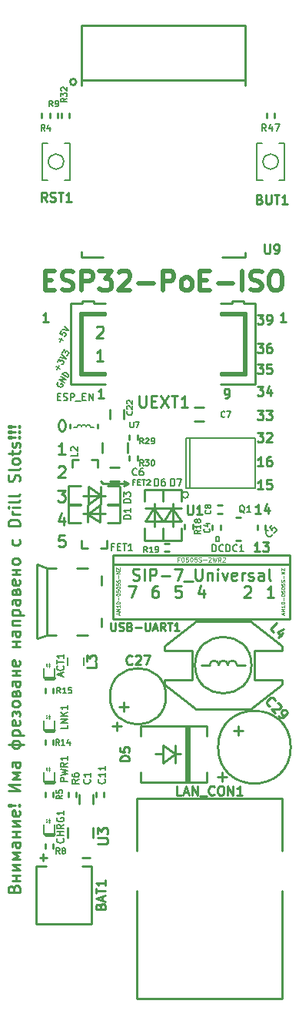
<source format=gbr>
G04 #@! TF.GenerationSoftware,KiCad,Pcbnew,5.1.0-rc2-unknown-036be7d~80~ubuntu16.04.1*
G04 #@! TF.CreationDate,2019-03-08T14:26:04+02:00*
G04 #@! TF.ProjectId,ESP32-PoE-ISO_Rev_B,45535033-322d-4506-9f45-2d49534f5f52,A*
G04 #@! TF.SameCoordinates,Original*
G04 #@! TF.FileFunction,Legend,Top*
G04 #@! TF.FilePolarity,Positive*
%FSLAX46Y46*%
G04 Gerber Fmt 4.6, Leading zero omitted, Abs format (unit mm)*
G04 Created by KiCad (PCBNEW 5.1.0-rc2-unknown-036be7d~80~ubuntu16.04.1) date 2019-03-08 14:26:04*
%MOMM*%
%LPD*%
G04 APERTURE LIST*
%ADD10C,0.254000*%
%ADD11C,0.158750*%
%ADD12C,0.508000*%
%ADD13C,0.127000*%
%ADD14C,0.200000*%
%ADD15C,0.100000*%
%ADD16C,0.050000*%
%ADD17C,0.600000*%
%ADD18C,0.150000*%
%ADD19C,0.222250*%
%ADD20C,0.190500*%
%ADD21C,0.125000*%
G04 APERTURE END LIST*
D10*
X114493523Y-121109619D02*
X115122476Y-121109619D01*
X114783809Y-121496666D01*
X114928952Y-121496666D01*
X115025714Y-121545047D01*
X115074095Y-121593428D01*
X115122476Y-121690190D01*
X115122476Y-121932095D01*
X115074095Y-122028857D01*
X115025714Y-122077238D01*
X114928952Y-122125619D01*
X114638666Y-122125619D01*
X114541904Y-122077238D01*
X114493523Y-122028857D01*
X115606285Y-122125619D02*
X115799809Y-122125619D01*
X115896571Y-122077238D01*
X115944952Y-122028857D01*
X116041714Y-121883714D01*
X116090095Y-121690190D01*
X116090095Y-121303142D01*
X116041714Y-121206380D01*
X115993333Y-121158000D01*
X115896571Y-121109619D01*
X115703047Y-121109619D01*
X115606285Y-121158000D01*
X115557904Y-121206380D01*
X115509523Y-121303142D01*
X115509523Y-121545047D01*
X115557904Y-121641809D01*
X115606285Y-121690190D01*
X115703047Y-121738571D01*
X115896571Y-121738571D01*
X115993333Y-121690190D01*
X116041714Y-121641809D01*
X116090095Y-121545047D01*
X114493523Y-124284619D02*
X115122476Y-124284619D01*
X114783809Y-124671666D01*
X114928952Y-124671666D01*
X115025714Y-124720047D01*
X115074095Y-124768428D01*
X115122476Y-124865190D01*
X115122476Y-125107095D01*
X115074095Y-125203857D01*
X115025714Y-125252238D01*
X114928952Y-125300619D01*
X114638666Y-125300619D01*
X114541904Y-125252238D01*
X114493523Y-125203857D01*
X115993333Y-124284619D02*
X115799809Y-124284619D01*
X115703047Y-124333000D01*
X115654666Y-124381380D01*
X115557904Y-124526523D01*
X115509523Y-124720047D01*
X115509523Y-125107095D01*
X115557904Y-125203857D01*
X115606285Y-125252238D01*
X115703047Y-125300619D01*
X115896571Y-125300619D01*
X115993333Y-125252238D01*
X116041714Y-125203857D01*
X116090095Y-125107095D01*
X116090095Y-124865190D01*
X116041714Y-124768428D01*
X115993333Y-124720047D01*
X115896571Y-124671666D01*
X115703047Y-124671666D01*
X115606285Y-124720047D01*
X115557904Y-124768428D01*
X115509523Y-124865190D01*
X114493523Y-126570619D02*
X115122476Y-126570619D01*
X114783809Y-126957666D01*
X114928952Y-126957666D01*
X115025714Y-127006047D01*
X115074095Y-127054428D01*
X115122476Y-127151190D01*
X115122476Y-127393095D01*
X115074095Y-127489857D01*
X115025714Y-127538238D01*
X114928952Y-127586619D01*
X114638666Y-127586619D01*
X114541904Y-127538238D01*
X114493523Y-127489857D01*
X116041714Y-126570619D02*
X115557904Y-126570619D01*
X115509523Y-127054428D01*
X115557904Y-127006047D01*
X115654666Y-126957666D01*
X115896571Y-126957666D01*
X115993333Y-127006047D01*
X116041714Y-127054428D01*
X116090095Y-127151190D01*
X116090095Y-127393095D01*
X116041714Y-127489857D01*
X115993333Y-127538238D01*
X115896571Y-127586619D01*
X115654666Y-127586619D01*
X115557904Y-127538238D01*
X115509523Y-127489857D01*
X114493523Y-128983619D02*
X115122476Y-128983619D01*
X114783809Y-129370666D01*
X114928952Y-129370666D01*
X115025714Y-129419047D01*
X115074095Y-129467428D01*
X115122476Y-129564190D01*
X115122476Y-129806095D01*
X115074095Y-129902857D01*
X115025714Y-129951238D01*
X114928952Y-129999619D01*
X114638666Y-129999619D01*
X114541904Y-129951238D01*
X114493523Y-129902857D01*
X115993333Y-129322285D02*
X115993333Y-129999619D01*
X115751428Y-128935238D02*
X115509523Y-129660952D01*
X116138476Y-129660952D01*
X114493523Y-131650619D02*
X115122476Y-131650619D01*
X114783809Y-132037666D01*
X114928952Y-132037666D01*
X115025714Y-132086047D01*
X115074095Y-132134428D01*
X115122476Y-132231190D01*
X115122476Y-132473095D01*
X115074095Y-132569857D01*
X115025714Y-132618238D01*
X114928952Y-132666619D01*
X114638666Y-132666619D01*
X114541904Y-132618238D01*
X114493523Y-132569857D01*
X115461142Y-131650619D02*
X116090095Y-131650619D01*
X115751428Y-132037666D01*
X115896571Y-132037666D01*
X115993333Y-132086047D01*
X116041714Y-132134428D01*
X116090095Y-132231190D01*
X116090095Y-132473095D01*
X116041714Y-132569857D01*
X115993333Y-132618238D01*
X115896571Y-132666619D01*
X115606285Y-132666619D01*
X115509523Y-132618238D01*
X115461142Y-132569857D01*
X114493523Y-134063619D02*
X115122476Y-134063619D01*
X114783809Y-134450666D01*
X114928952Y-134450666D01*
X115025714Y-134499047D01*
X115074095Y-134547428D01*
X115122476Y-134644190D01*
X115122476Y-134886095D01*
X115074095Y-134982857D01*
X115025714Y-135031238D01*
X114928952Y-135079619D01*
X114638666Y-135079619D01*
X114541904Y-135031238D01*
X114493523Y-134982857D01*
X115509523Y-134160380D02*
X115557904Y-134112000D01*
X115654666Y-134063619D01*
X115896571Y-134063619D01*
X115993333Y-134112000D01*
X116041714Y-134160380D01*
X116090095Y-134257142D01*
X116090095Y-134353904D01*
X116041714Y-134499047D01*
X115461142Y-135079619D01*
X116090095Y-135079619D01*
X115122476Y-137746619D02*
X114541904Y-137746619D01*
X114832190Y-137746619D02*
X114832190Y-136730619D01*
X114735428Y-136875761D01*
X114638666Y-136972523D01*
X114541904Y-137020904D01*
X115993333Y-136730619D02*
X115799809Y-136730619D01*
X115703047Y-136779000D01*
X115654666Y-136827380D01*
X115557904Y-136972523D01*
X115509523Y-137166047D01*
X115509523Y-137553095D01*
X115557904Y-137649857D01*
X115606285Y-137698238D01*
X115703047Y-137746619D01*
X115896571Y-137746619D01*
X115993333Y-137698238D01*
X116041714Y-137649857D01*
X116090095Y-137553095D01*
X116090095Y-137311190D01*
X116041714Y-137214428D01*
X115993333Y-137166047D01*
X115896571Y-137117666D01*
X115703047Y-137117666D01*
X115606285Y-137166047D01*
X115557904Y-137214428D01*
X115509523Y-137311190D01*
X115122476Y-140286619D02*
X114541904Y-140286619D01*
X114832190Y-140286619D02*
X114832190Y-139270619D01*
X114735428Y-139415761D01*
X114638666Y-139512523D01*
X114541904Y-139560904D01*
X116041714Y-139270619D02*
X115557904Y-139270619D01*
X115509523Y-139754428D01*
X115557904Y-139706047D01*
X115654666Y-139657666D01*
X115896571Y-139657666D01*
X115993333Y-139706047D01*
X116041714Y-139754428D01*
X116090095Y-139851190D01*
X116090095Y-140093095D01*
X116041714Y-140189857D01*
X115993333Y-140238238D01*
X115896571Y-140286619D01*
X115654666Y-140286619D01*
X115557904Y-140238238D01*
X115509523Y-140189857D01*
X114868476Y-142953619D02*
X114287904Y-142953619D01*
X114578190Y-142953619D02*
X114578190Y-141937619D01*
X114481428Y-142082761D01*
X114384666Y-142179523D01*
X114287904Y-142227904D01*
X115739333Y-142276285D02*
X115739333Y-142953619D01*
X115497428Y-141889238D02*
X115255523Y-142614952D01*
X115884476Y-142614952D01*
X114741476Y-147144619D02*
X114160904Y-147144619D01*
X114451190Y-147144619D02*
X114451190Y-146128619D01*
X114354428Y-146273761D01*
X114257666Y-146370523D01*
X114160904Y-146418904D01*
X115080142Y-146128619D02*
X115709095Y-146128619D01*
X115370428Y-146515666D01*
X115515571Y-146515666D01*
X115612333Y-146564047D01*
X115660714Y-146612428D01*
X115709095Y-146709190D01*
X115709095Y-146951095D01*
X115660714Y-147047857D01*
X115612333Y-147096238D01*
X115515571Y-147144619D01*
X115225285Y-147144619D01*
X115128523Y-147096238D01*
X115080142Y-147047857D01*
X93266380Y-145354523D02*
X92661619Y-145354523D01*
X92601142Y-145959285D01*
X92661619Y-145898809D01*
X92782571Y-145838333D01*
X93084952Y-145838333D01*
X93205904Y-145898809D01*
X93266380Y-145959285D01*
X93326857Y-146080238D01*
X93326857Y-146382619D01*
X93266380Y-146503571D01*
X93205904Y-146564047D01*
X93084952Y-146624523D01*
X92782571Y-146624523D01*
X92661619Y-146564047D01*
X92601142Y-146503571D01*
X93205904Y-143364857D02*
X93205904Y-144211523D01*
X92903523Y-142881047D02*
X92601142Y-143788190D01*
X93387333Y-143788190D01*
X92540666Y-140401523D02*
X93326857Y-140401523D01*
X92903523Y-140885333D01*
X93084952Y-140885333D01*
X93205904Y-140945809D01*
X93266380Y-141006285D01*
X93326857Y-141127238D01*
X93326857Y-141429619D01*
X93266380Y-141550571D01*
X93205904Y-141611047D01*
X93084952Y-141671523D01*
X92722095Y-141671523D01*
X92601142Y-141611047D01*
X92540666Y-141550571D01*
X92601142Y-137855476D02*
X92661619Y-137795000D01*
X92782571Y-137734523D01*
X93084952Y-137734523D01*
X93205904Y-137795000D01*
X93266380Y-137855476D01*
X93326857Y-137976428D01*
X93326857Y-138097380D01*
X93266380Y-138278809D01*
X92540666Y-139004523D01*
X93326857Y-139004523D01*
X93326857Y-136464523D02*
X92601142Y-136464523D01*
X92964000Y-136464523D02*
X92964000Y-135194523D01*
X92843047Y-135375952D01*
X92722095Y-135496904D01*
X92601142Y-135557380D01*
X110931476Y-130253619D02*
X111125000Y-130253619D01*
X111221761Y-130205238D01*
X111270142Y-130156857D01*
X111366904Y-130011714D01*
X111415285Y-129818190D01*
X111415285Y-129431142D01*
X111366904Y-129334380D01*
X111318523Y-129286000D01*
X111221761Y-129237619D01*
X111028238Y-129237619D01*
X110931476Y-129286000D01*
X110883095Y-129334380D01*
X110834714Y-129431142D01*
X110834714Y-129673047D01*
X110883095Y-129769809D01*
X110931476Y-129818190D01*
X111028238Y-129866571D01*
X111221761Y-129866571D01*
X111318523Y-129818190D01*
X111366904Y-129769809D01*
X111415285Y-129673047D01*
X100330000Y-139700000D02*
X99822000Y-139954000D01*
X100330000Y-139700000D02*
X99822000Y-139446000D01*
X97536000Y-139700000D02*
X97282000Y-139446000D01*
X97663000Y-139700000D02*
X97536000Y-139700000D01*
X100330000Y-139700000D02*
X97663000Y-139700000D01*
X93024476Y-133918476D02*
X92903523Y-133918476D01*
X92782571Y-133858000D01*
X92722095Y-133797523D01*
X92661619Y-133676571D01*
X92601142Y-133434666D01*
X92601142Y-133132285D01*
X92661619Y-132890380D01*
X92722095Y-132769428D01*
X92782571Y-132708952D01*
X92903523Y-132648476D01*
X93024476Y-132648476D01*
X93145428Y-132708952D01*
X93205904Y-132769428D01*
X93266380Y-132890380D01*
X93326857Y-133132285D01*
X93326857Y-133434666D01*
X93266380Y-133676571D01*
X93205904Y-133797523D01*
X93145428Y-133858000D01*
X93024476Y-133918476D01*
D11*
X92483214Y-130120571D02*
X92737214Y-130120571D01*
X92846071Y-130519714D02*
X92483214Y-130519714D01*
X92483214Y-129757714D01*
X92846071Y-129757714D01*
X93136357Y-130483428D02*
X93245214Y-130519714D01*
X93426642Y-130519714D01*
X93499214Y-130483428D01*
X93535500Y-130447142D01*
X93571785Y-130374571D01*
X93571785Y-130302000D01*
X93535500Y-130229428D01*
X93499214Y-130193142D01*
X93426642Y-130156857D01*
X93281500Y-130120571D01*
X93208928Y-130084285D01*
X93172642Y-130048000D01*
X93136357Y-129975428D01*
X93136357Y-129902857D01*
X93172642Y-129830285D01*
X93208928Y-129794000D01*
X93281500Y-129757714D01*
X93462928Y-129757714D01*
X93571785Y-129794000D01*
X93898357Y-130519714D02*
X93898357Y-129757714D01*
X94188642Y-129757714D01*
X94261214Y-129794000D01*
X94297500Y-129830285D01*
X94333785Y-129902857D01*
X94333785Y-130011714D01*
X94297500Y-130084285D01*
X94261214Y-130120571D01*
X94188642Y-130156857D01*
X93898357Y-130156857D01*
X94478928Y-130592285D02*
X95059500Y-130592285D01*
X95240928Y-130120571D02*
X95494928Y-130120571D01*
X95603785Y-130519714D02*
X95240928Y-130519714D01*
X95240928Y-129757714D01*
X95603785Y-129757714D01*
X95930357Y-130519714D02*
X95930357Y-129757714D01*
X96365785Y-130519714D01*
X96365785Y-129757714D01*
X92574132Y-128530241D02*
X92517707Y-128567496D01*
X92472349Y-128646057D01*
X92453179Y-128739737D01*
X92475315Y-128822349D01*
X92512570Y-128878774D01*
X92602199Y-128965437D01*
X92680760Y-129010794D01*
X92800627Y-129045083D01*
X92868119Y-129049134D01*
X92950732Y-129026998D01*
X93022276Y-128963557D01*
X93052514Y-128911183D01*
X93071684Y-128817503D01*
X93060616Y-128776197D01*
X92877307Y-128670363D01*
X92816831Y-128775111D01*
X93249061Y-128570752D02*
X92699135Y-128253252D01*
X93430490Y-128256509D01*
X92880564Y-127939009D01*
X93581680Y-127994639D02*
X93031754Y-127677139D01*
X93107349Y-127546204D01*
X93178894Y-127482762D01*
X93261506Y-127460627D01*
X93328999Y-127464678D01*
X93448865Y-127498967D01*
X93527426Y-127544324D01*
X93617055Y-127630987D01*
X93654310Y-127687412D01*
X93676446Y-127770024D01*
X93657276Y-127863704D01*
X93581680Y-127994639D01*
X92443875Y-127102596D02*
X92685780Y-126683604D01*
X92774323Y-127014052D02*
X92355332Y-126772147D01*
X92466302Y-126277561D02*
X92662849Y-125937130D01*
X92766512Y-126241392D01*
X92811869Y-126162831D01*
X92868294Y-126125576D01*
X92909600Y-126114508D01*
X92977093Y-126118559D01*
X93108028Y-126194154D01*
X93145283Y-126250579D01*
X93156351Y-126291885D01*
X93152299Y-126359378D01*
X93061585Y-126516500D01*
X93005160Y-126553755D01*
X92963854Y-126564823D01*
X92753564Y-125780009D02*
X93409323Y-125914200D01*
X92965230Y-125413391D01*
X93040826Y-125282456D02*
X93237373Y-124942026D01*
X93341036Y-125246287D01*
X93386393Y-125167726D01*
X93442818Y-125130471D01*
X93484124Y-125119403D01*
X93551617Y-125123455D01*
X93682552Y-125199050D01*
X93719806Y-125255475D01*
X93730874Y-125296781D01*
X93726823Y-125364274D01*
X93636109Y-125521396D01*
X93579684Y-125558650D01*
X93538378Y-125569718D01*
X92722066Y-124046726D02*
X92963970Y-123627735D01*
X93052514Y-123958183D02*
X92633522Y-123716278D01*
X92925921Y-122907448D02*
X92774730Y-123169317D01*
X93021481Y-123346695D01*
X93010413Y-123305389D01*
X93014464Y-123237896D01*
X93090059Y-123106961D01*
X93146484Y-123069706D01*
X93187790Y-123058638D01*
X93255283Y-123062689D01*
X93386218Y-123138285D01*
X93423473Y-123194710D01*
X93434541Y-123236016D01*
X93430490Y-123303509D01*
X93354895Y-123434443D01*
X93298470Y-123471698D01*
X93257164Y-123482766D01*
X93031754Y-122724139D02*
X93687514Y-122858330D01*
X93243421Y-122357522D01*
D10*
X97572285Y-130253619D02*
X96991714Y-130253619D01*
X97282000Y-130253619D02*
X97282000Y-129237619D01*
X97185238Y-129382761D01*
X97088476Y-129479523D01*
X96991714Y-129527904D01*
X90544952Y-180793571D02*
X91319047Y-180793571D01*
X90932000Y-181180619D02*
X90932000Y-180406523D01*
X95243952Y-180793571D02*
X96018047Y-180793571D01*
X117638285Y-121871619D02*
X117057714Y-121871619D01*
X117348000Y-121871619D02*
X117348000Y-120855619D01*
X117251238Y-121000761D01*
X117154476Y-121097523D01*
X117057714Y-121145904D01*
X91476285Y-121871619D02*
X90895714Y-121871619D01*
X91186000Y-121871619D02*
X91186000Y-120855619D01*
X91089238Y-121000761D01*
X90992476Y-121097523D01*
X90895714Y-121145904D01*
D12*
X91134595Y-117320785D02*
X91854261Y-117320785D01*
X92162690Y-118451690D02*
X91134595Y-118451690D01*
X91134595Y-116292690D01*
X92162690Y-116292690D01*
X92985166Y-118348880D02*
X93293595Y-118451690D01*
X93807642Y-118451690D01*
X94013261Y-118348880D01*
X94116071Y-118246071D01*
X94218880Y-118040452D01*
X94218880Y-117834833D01*
X94116071Y-117629214D01*
X94013261Y-117526404D01*
X93807642Y-117423595D01*
X93396404Y-117320785D01*
X93190785Y-117217976D01*
X93087976Y-117115166D01*
X92985166Y-116909547D01*
X92985166Y-116703928D01*
X93087976Y-116498309D01*
X93190785Y-116395500D01*
X93396404Y-116292690D01*
X93910452Y-116292690D01*
X94218880Y-116395500D01*
X95144166Y-118451690D02*
X95144166Y-116292690D01*
X95966642Y-116292690D01*
X96172261Y-116395500D01*
X96275071Y-116498309D01*
X96377880Y-116703928D01*
X96377880Y-117012357D01*
X96275071Y-117217976D01*
X96172261Y-117320785D01*
X95966642Y-117423595D01*
X95144166Y-117423595D01*
X97097547Y-116292690D02*
X98434071Y-116292690D01*
X97714404Y-117115166D01*
X98022833Y-117115166D01*
X98228452Y-117217976D01*
X98331261Y-117320785D01*
X98434071Y-117526404D01*
X98434071Y-118040452D01*
X98331261Y-118246071D01*
X98228452Y-118348880D01*
X98022833Y-118451690D01*
X97405976Y-118451690D01*
X97200357Y-118348880D01*
X97097547Y-118246071D01*
X99256547Y-116498309D02*
X99359357Y-116395500D01*
X99564976Y-116292690D01*
X100079023Y-116292690D01*
X100284642Y-116395500D01*
X100387452Y-116498309D01*
X100490261Y-116703928D01*
X100490261Y-116909547D01*
X100387452Y-117217976D01*
X99153738Y-118451690D01*
X100490261Y-118451690D01*
X101415547Y-117629214D02*
X103060499Y-117629214D01*
X104088595Y-118451690D02*
X104088595Y-116292690D01*
X104911071Y-116292690D01*
X105116690Y-116395500D01*
X105219499Y-116498309D01*
X105322309Y-116703928D01*
X105322309Y-117012357D01*
X105219499Y-117217976D01*
X105116690Y-117320785D01*
X104911071Y-117423595D01*
X104088595Y-117423595D01*
X106556023Y-118451690D02*
X106350404Y-118348880D01*
X106247595Y-118246071D01*
X106144785Y-118040452D01*
X106144785Y-117423595D01*
X106247595Y-117217976D01*
X106350404Y-117115166D01*
X106556023Y-117012357D01*
X106864452Y-117012357D01*
X107070071Y-117115166D01*
X107172880Y-117217976D01*
X107275690Y-117423595D01*
X107275690Y-118040452D01*
X107172880Y-118246071D01*
X107070071Y-118348880D01*
X106864452Y-118451690D01*
X106556023Y-118451690D01*
X108200976Y-117320785D02*
X108920642Y-117320785D01*
X109229071Y-118451690D02*
X108200976Y-118451690D01*
X108200976Y-116292690D01*
X109229071Y-116292690D01*
X110154357Y-117629214D02*
X111799309Y-117629214D01*
X112827404Y-118451690D02*
X112827404Y-116292690D01*
X113752690Y-118348880D02*
X114061119Y-118451690D01*
X114575166Y-118451690D01*
X114780785Y-118348880D01*
X114883595Y-118246071D01*
X114986404Y-118040452D01*
X114986404Y-117834833D01*
X114883595Y-117629214D01*
X114780785Y-117526404D01*
X114575166Y-117423595D01*
X114163928Y-117320785D01*
X113958309Y-117217976D01*
X113855500Y-117115166D01*
X113752690Y-116909547D01*
X113752690Y-116703928D01*
X113855500Y-116498309D01*
X113958309Y-116395500D01*
X114163928Y-116292690D01*
X114677976Y-116292690D01*
X114986404Y-116395500D01*
X116322928Y-116292690D02*
X116734166Y-116292690D01*
X116939785Y-116395500D01*
X117145404Y-116601119D01*
X117248214Y-117012357D01*
X117248214Y-117732023D01*
X117145404Y-118143261D01*
X116939785Y-118348880D01*
X116734166Y-118451690D01*
X116322928Y-118451690D01*
X116117309Y-118348880D01*
X115911690Y-118143261D01*
X115808880Y-117732023D01*
X115808880Y-117012357D01*
X115911690Y-116601119D01*
X116117309Y-116395500D01*
X116322928Y-116292690D01*
D10*
X95140000Y-89285000D02*
X113140000Y-89285000D01*
X95140000Y-95285000D02*
X113140000Y-95285000D01*
X94549411Y-95505000D02*
G75*
G03X94549411Y-95505000I-339411J0D01*
G01*
X113140000Y-89285000D02*
X113140000Y-95905000D01*
X95140000Y-114785000D02*
X95140000Y-114195000D01*
X95140000Y-114785000D02*
X97510000Y-114785000D01*
X113140000Y-114785000D02*
X110650000Y-114785000D01*
X113140000Y-114785000D02*
X113140000Y-114245000D01*
X95140000Y-89285000D02*
X95140000Y-95905000D01*
X91326000Y-156354000D02*
X91326000Y-148954000D01*
X95826000Y-148954000D02*
X94626000Y-148954000D01*
X97326000Y-150854000D02*
X97326000Y-149854000D01*
X97326000Y-155454000D02*
X97326000Y-154454000D01*
X92326000Y-156354000D02*
X91326000Y-156354000D01*
X90226000Y-156718000D02*
X90226000Y-148590000D01*
X91326000Y-148954000D02*
X92326000Y-148954000D01*
X95826000Y-156354000D02*
X94626000Y-156354000D01*
X90297000Y-156718000D02*
X91313000Y-156337000D01*
X90297000Y-148590000D02*
X91313000Y-148971000D01*
X112776000Y-121031000D02*
X113284000Y-121031000D01*
X112903000Y-127635000D02*
X113157000Y-127635000D01*
X95504000Y-127635000D02*
X95123000Y-127635000D01*
X95504000Y-121031000D02*
X95123000Y-121031000D01*
X95250000Y-121158000D02*
X97790000Y-121158000D01*
X110490000Y-121158000D02*
X113030000Y-121158000D01*
X113030000Y-127508000D02*
X113030000Y-121158000D01*
X95250000Y-121158000D02*
X95250000Y-127508000D01*
X93980000Y-119888000D02*
X95250000Y-119888000D01*
X114300000Y-128778000D02*
X110490000Y-128778000D01*
X114300000Y-128778000D02*
X114300000Y-119888000D01*
X93980000Y-119888000D02*
X93980000Y-128778000D01*
X113030000Y-127508000D02*
X110490000Y-127508000D01*
X97790000Y-127508000D02*
X95250000Y-127508000D01*
X113030000Y-119888000D02*
X113030000Y-119634000D01*
X113030000Y-119634000D02*
X111760000Y-119634000D01*
X111760000Y-119888000D02*
X111760000Y-119634000D01*
X113030000Y-119888000D02*
X114300000Y-119888000D01*
X110490000Y-119888000D02*
X111760000Y-119888000D01*
X96520000Y-119634000D02*
X95250000Y-119634000D01*
X95250000Y-119634000D02*
X95250000Y-119888000D01*
X96520000Y-119634000D02*
X96520000Y-119888000D01*
X96520000Y-119888000D02*
X97790000Y-119888000D01*
X110490000Y-127762000D02*
X113284000Y-127762000D01*
X113284000Y-127762000D02*
X113284000Y-120904000D01*
X113284000Y-120904000D02*
X110490000Y-120904000D01*
X97790000Y-120904000D02*
X94996000Y-120904000D01*
X94996000Y-120904000D02*
X94996000Y-127762000D01*
X94996000Y-127762000D02*
X97790000Y-127762000D01*
X97790000Y-128778000D02*
X93980000Y-128778000D01*
X110490000Y-121158000D02*
X110490000Y-120904000D01*
X110490000Y-127762000D02*
X110490000Y-127508000D01*
X97790000Y-127762000D02*
X97790000Y-127508000D01*
X97790000Y-121158000D02*
X97790000Y-120904000D01*
D13*
X93160738Y-104267000D02*
G75*
G03X93160738Y-104267000I-839738J0D01*
G01*
X93260000Y-106267000D02*
X93818800Y-106267000D01*
X90823200Y-106267000D02*
X91432800Y-106267000D01*
X93260000Y-102267000D02*
X93818800Y-102267000D01*
X90824000Y-102267000D02*
X91382800Y-102267000D01*
X93821000Y-106267000D02*
X93821000Y-102267000D01*
X90821000Y-106267000D02*
X90821000Y-102267000D01*
X116798738Y-104267000D02*
G75*
G03X116798738Y-104267000I-839738J0D01*
G01*
X116898000Y-106267000D02*
X117456800Y-106267000D01*
X114461200Y-106267000D02*
X115070800Y-106267000D01*
X116898000Y-102267000D02*
X117456800Y-102267000D01*
X114462000Y-102267000D02*
X115020800Y-102267000D01*
X117459000Y-106267000D02*
X117459000Y-102267000D01*
X114459000Y-106267000D02*
X114459000Y-102267000D01*
D10*
X98581000Y-154543000D02*
X98581000Y-148543000D01*
X118081000Y-154543000D02*
X98581000Y-154543000D01*
X118081000Y-148543000D02*
X98581000Y-148543000D01*
X118081000Y-148543000D02*
X118081000Y-154543000D01*
X118081000Y-148543000D02*
X118081000Y-147543000D01*
X118081000Y-147543000D02*
X98581000Y-147543000D01*
X98581000Y-147543000D02*
X98581000Y-148543000D01*
X118173000Y-168656000D02*
G75*
G03X118173000Y-168656000I-4000000J0D01*
G01*
X104433021Y-163068000D02*
G75*
G03X104433021Y-163068000I-3087021J0D01*
G01*
X106489500Y-144399000D02*
X106489500Y-144145000D01*
X106489500Y-144399000D02*
X106489500Y-144653000D01*
X107378500Y-144399000D02*
X107378500Y-144653000D01*
X107378500Y-144399000D02*
X107378500Y-144145000D01*
X113144000Y-159639000D02*
X112244000Y-159639000D01*
X109244000Y-159639000D02*
X108344000Y-159639000D01*
X109244000Y-159639000D02*
G75*
G02X110244000Y-159639000I500000J0D01*
G01*
X111244000Y-159639000D02*
G75*
G02X112244000Y-159639000I500000J0D01*
G01*
X110244000Y-159639000D02*
G75*
G02X111244000Y-159639000I500000J0D01*
G01*
X113855270Y-159639000D02*
G75*
G03X113855270Y-159639000I-3111270J0D01*
G01*
X104244000Y-157539000D02*
X107744000Y-154839000D01*
X104244000Y-158039000D02*
X104244000Y-157539000D01*
X107344000Y-158039000D02*
X104244000Y-158039000D01*
X107344000Y-161239000D02*
X107344000Y-158039000D01*
X104244000Y-161239000D02*
X107344000Y-161239000D01*
X104244000Y-161739000D02*
X104244000Y-161239000D01*
X107744000Y-164439000D02*
X104244000Y-161739000D01*
X113744000Y-164439000D02*
X107744000Y-164439000D01*
X117244000Y-161739000D02*
X113744000Y-164439000D01*
X117244000Y-161239000D02*
X117244000Y-161739000D01*
X114144000Y-161239000D02*
X117244000Y-161239000D01*
X114144000Y-158039000D02*
X114144000Y-161239000D01*
X117244000Y-158039000D02*
X114144000Y-158039000D01*
X117244000Y-157539000D02*
X117244000Y-158039000D01*
X113744000Y-154839000D02*
X117244000Y-157539000D01*
X107744000Y-154839000D02*
X113744000Y-154839000D01*
X92900500Y-99187000D02*
X92900500Y-98933000D01*
X92900500Y-99187000D02*
X92900500Y-99441000D01*
X93789500Y-99187000D02*
X93789500Y-99441000D01*
X93789500Y-99187000D02*
X93789500Y-98933000D01*
X112692000Y-143383000D02*
X112184000Y-143383000D01*
X112692000Y-145923000D02*
X112184000Y-145923000D01*
X110426500Y-144526000D02*
X110426500Y-144780000D01*
X110426500Y-144526000D02*
X110426500Y-144272000D01*
X109537500Y-144526000D02*
X109537500Y-144272000D01*
X109537500Y-144526000D02*
X109537500Y-144780000D01*
X114490500Y-144526000D02*
X114490500Y-144272000D01*
X114490500Y-144526000D02*
X114490500Y-144780000D01*
X115379500Y-144526000D02*
X115379500Y-144780000D01*
X115379500Y-144526000D02*
X115379500Y-144272000D01*
X116395500Y-99187000D02*
X116395500Y-99441000D01*
X116395500Y-99187000D02*
X116395500Y-98933000D01*
X115506500Y-99187000D02*
X115506500Y-98933000D01*
X115506500Y-99187000D02*
X115506500Y-99441000D01*
X96877000Y-133550000D02*
X96877000Y-133150000D01*
X93877000Y-133550000D02*
X93877000Y-133150000D01*
D14*
X95127000Y-133450000D02*
G75*
G02X95627000Y-133450000I250000J0D01*
G01*
X94627000Y-133450000D02*
G75*
G02X95127000Y-133450000I250000J0D01*
G01*
X95627000Y-133450000D02*
G75*
G02X96127000Y-133450000I250000J0D01*
G01*
X94627000Y-133500000D02*
X94277000Y-133500000D01*
X96127000Y-133500000D02*
X96477000Y-133500000D01*
D10*
X95097600Y-146812000D02*
X95808800Y-146812000D01*
X95097600Y-145973800D02*
X95097600Y-146812000D01*
X97942400Y-145973800D02*
X97942400Y-146812000D01*
X97231200Y-146812000D02*
X97942400Y-146812000D01*
X96926400Y-137033000D02*
X96215200Y-137033000D01*
X96926400Y-137871200D02*
X96926400Y-137033000D01*
X94081600Y-137871200D02*
X94081600Y-137033000D01*
X94792800Y-137033000D02*
X94081600Y-137033000D01*
X108585000Y-132842000D02*
X107569000Y-132842000D01*
X108585000Y-131318000D02*
X107569000Y-131318000D01*
D13*
X90982800Y-178181000D02*
X90982800Y-177165000D01*
X92202000Y-177165000D02*
X92202000Y-178181000D01*
D15*
X91567000Y-176524000D02*
X91567000Y-177044000D01*
X91677000Y-176694000D02*
X91457000Y-176694000D01*
X91677000Y-176694000D02*
X91577000Y-176804000D01*
X91457000Y-176694000D02*
X91557000Y-176794000D01*
X91677000Y-176884000D02*
X91457000Y-176884000D01*
D16*
X91321400Y-176961800D02*
X91211400Y-176831800D01*
X91212400Y-176830200D02*
X91222400Y-176910200D01*
X91212400Y-176830200D02*
X91292400Y-176830200D01*
X91212400Y-176614800D02*
X91292400Y-176614800D01*
X91212400Y-176614800D02*
X91222400Y-176694800D01*
X91342400Y-176754800D02*
X91232400Y-176624800D01*
D10*
X92138500Y-178193700D02*
X92011500Y-178346100D01*
X91046300Y-178193700D02*
X91173300Y-178333400D01*
X92011500Y-178346100D02*
X91186000Y-178346100D01*
X91084400Y-178181000D02*
X92125800Y-178181000D01*
X99822000Y-131572000D02*
X99822000Y-132588000D01*
X98298000Y-131572000D02*
X98298000Y-132588000D01*
D13*
X90982800Y-172466000D02*
X90982800Y-171450000D01*
X92202000Y-171450000D02*
X92202000Y-172466000D01*
D15*
X91567000Y-170809000D02*
X91567000Y-171329000D01*
X91677000Y-170979000D02*
X91457000Y-170979000D01*
X91677000Y-170979000D02*
X91577000Y-171089000D01*
X91457000Y-170979000D02*
X91557000Y-171079000D01*
X91677000Y-171169000D02*
X91457000Y-171169000D01*
D16*
X91321400Y-171246800D02*
X91211400Y-171116800D01*
X91212400Y-171115200D02*
X91222400Y-171195200D01*
X91212400Y-171115200D02*
X91292400Y-171115200D01*
X91212400Y-170899800D02*
X91292400Y-170899800D01*
X91212400Y-170899800D02*
X91222400Y-170979800D01*
X91342400Y-171039800D02*
X91232400Y-170909800D01*
D10*
X92138500Y-172478700D02*
X92011500Y-172631100D01*
X91046300Y-172478700D02*
X91173300Y-172618400D01*
X92011500Y-172631100D02*
X91186000Y-172631100D01*
X91084400Y-172466000D02*
X92125800Y-172466000D01*
X104083000Y-169418000D02*
X103283000Y-169418000D01*
X105483000Y-169418000D02*
X106083000Y-169418000D01*
X101683000Y-166318000D02*
X101683000Y-167418000D01*
X101683000Y-172518000D02*
X101683000Y-171418000D01*
X108883000Y-166318000D02*
X108883000Y-167418000D01*
X108883000Y-172518000D02*
X108883000Y-171418000D01*
X105483000Y-168418000D02*
X105483000Y-170418000D01*
X104083000Y-168418000D02*
X105483000Y-169418000D01*
X104083000Y-170418000D02*
X105483000Y-169418000D01*
X104083000Y-168418000D02*
X104083000Y-170418000D01*
X101683000Y-166318000D02*
X108883000Y-166318000D01*
X108883000Y-172518000D02*
X101683000Y-172518000D01*
D17*
X106783000Y-172318000D02*
X106783000Y-166518000D01*
D18*
X106912210Y-140906500D02*
G75*
G03X106912210Y-140906500I-359210J0D01*
G01*
X106680000Y-140144500D02*
X106680000Y-134683500D01*
X114300000Y-134683500D02*
X114300000Y-140144500D01*
X106680000Y-140144500D02*
X114300000Y-140144500D01*
X114300000Y-134683500D02*
X106680000Y-134683500D01*
D13*
X107061000Y-134683500D02*
X107061000Y-140144500D01*
D10*
X97409000Y-136321800D02*
X97409000Y-135191500D01*
X100215700Y-136321800D02*
X100215700Y-135191500D01*
X94869000Y-174879000D02*
X94869000Y-173863000D01*
X96393000Y-174879000D02*
X96393000Y-173863000D01*
X98298000Y-137922000D02*
X99314000Y-137922000D01*
X98298000Y-139446000D02*
X99314000Y-139446000D01*
X110363000Y-142938500D02*
X110109000Y-142938500D01*
X110363000Y-142938500D02*
X110617000Y-142938500D01*
X110363000Y-142049500D02*
X110617000Y-142049500D01*
X110363000Y-142049500D02*
X110109000Y-142049500D01*
X104521000Y-146240500D02*
X104775000Y-146240500D01*
X104521000Y-146240500D02*
X104267000Y-146240500D01*
X104521000Y-147129500D02*
X104267000Y-147129500D01*
X104521000Y-147129500D02*
X104775000Y-147129500D01*
X91122500Y-179578000D02*
X91122500Y-179324000D01*
X91122500Y-179578000D02*
X91122500Y-179832000D01*
X92011500Y-179578000D02*
X92011500Y-179832000D01*
X92011500Y-179578000D02*
X92011500Y-179324000D01*
X91122500Y-168148000D02*
X91122500Y-167894000D01*
X91122500Y-168148000D02*
X91122500Y-168402000D01*
X92011500Y-168148000D02*
X92011500Y-168402000D01*
X92011500Y-168148000D02*
X92011500Y-167894000D01*
X91122500Y-162433000D02*
X91122500Y-162179000D01*
X91122500Y-162433000D02*
X91122500Y-162687000D01*
X92011500Y-162433000D02*
X92011500Y-162687000D01*
X92011500Y-162433000D02*
X92011500Y-162179000D01*
X91122500Y-173863000D02*
X91122500Y-173609000D01*
X91122500Y-173863000D02*
X91122500Y-174117000D01*
X92011500Y-173863000D02*
X92011500Y-174117000D01*
X92011500Y-173863000D02*
X92011500Y-173609000D01*
X101282500Y-134620000D02*
X101282500Y-134874000D01*
X101282500Y-134620000D02*
X101282500Y-134366000D01*
X100393500Y-134620000D02*
X100393500Y-134366000D01*
X100393500Y-134620000D02*
X100393500Y-134874000D01*
X100393500Y-136906000D02*
X100393500Y-136652000D01*
X100393500Y-136906000D02*
X100393500Y-137160000D01*
X101282500Y-136906000D02*
X101282500Y-137160000D01*
X101282500Y-136906000D02*
X101282500Y-136652000D01*
X97599500Y-173863000D02*
X97599500Y-174117000D01*
X97599500Y-173863000D02*
X97599500Y-173609000D01*
X96710500Y-173863000D02*
X96710500Y-173609000D01*
X96710500Y-173863000D02*
X96710500Y-174117000D01*
X95224600Y-181749700D02*
X96227900Y-181749700D01*
X90157300Y-181749700D02*
X91211400Y-181749700D01*
X90152220Y-181757320D02*
X90152220Y-188066680D01*
X90152220Y-188066680D02*
X96232980Y-188066680D01*
X96232980Y-188066680D02*
X96232980Y-181749698D01*
D13*
X90982800Y-161036000D02*
X90982800Y-160020000D01*
X92202000Y-160020000D02*
X92202000Y-161036000D01*
D15*
X91567000Y-159379000D02*
X91567000Y-159899000D01*
X91677000Y-159549000D02*
X91457000Y-159549000D01*
X91677000Y-159549000D02*
X91577000Y-159659000D01*
X91457000Y-159549000D02*
X91557000Y-159649000D01*
X91677000Y-159739000D02*
X91457000Y-159739000D01*
D16*
X91321400Y-159816800D02*
X91211400Y-159686800D01*
X91212400Y-159685200D02*
X91222400Y-159765200D01*
X91212400Y-159685200D02*
X91292400Y-159685200D01*
X91212400Y-159469800D02*
X91292400Y-159469800D01*
X91212400Y-159469800D02*
X91222400Y-159549800D01*
X91342400Y-159609800D02*
X91232400Y-159479800D01*
D10*
X92138500Y-161048700D02*
X92011500Y-161201100D01*
X91046300Y-161048700D02*
X91173300Y-161188400D01*
X92011500Y-161201100D02*
X91186000Y-161201100D01*
X91084400Y-161036000D02*
X92125800Y-161036000D01*
D13*
X90982800Y-166751000D02*
X90982800Y-165735000D01*
X92202000Y-165735000D02*
X92202000Y-166751000D01*
D15*
X91567000Y-165094000D02*
X91567000Y-165614000D01*
X91677000Y-165264000D02*
X91457000Y-165264000D01*
X91677000Y-165264000D02*
X91577000Y-165374000D01*
X91457000Y-165264000D02*
X91557000Y-165364000D01*
X91677000Y-165454000D02*
X91457000Y-165454000D01*
D16*
X91321400Y-165531800D02*
X91211400Y-165401800D01*
X91212400Y-165400200D02*
X91222400Y-165480200D01*
X91212400Y-165400200D02*
X91292400Y-165400200D01*
X91212400Y-165184800D02*
X91292400Y-165184800D01*
X91212400Y-165184800D02*
X91222400Y-165264800D01*
X91342400Y-165324800D02*
X91232400Y-165194800D01*
D10*
X92138500Y-166763700D02*
X92011500Y-166916100D01*
X91046300Y-166763700D02*
X91173300Y-166903400D01*
X92011500Y-166916100D02*
X91186000Y-166916100D01*
X91084400Y-166751000D02*
X92125800Y-166751000D01*
D13*
X95377000Y-158826200D02*
X95377000Y-159664400D01*
X93599000Y-158826200D02*
X93599000Y-159664400D01*
D10*
X96393000Y-177495200D02*
X96393000Y-178625500D01*
X93586300Y-177495200D02*
X93586300Y-178625500D01*
X93662500Y-173863000D02*
X93662500Y-174117000D01*
X93662500Y-173863000D02*
X93662500Y-173609000D01*
X94551500Y-173863000D02*
X94551500Y-173609000D01*
X94551500Y-173863000D02*
X94551500Y-174117000D01*
X91630500Y-99187000D02*
X91630500Y-99441000D01*
X91630500Y-99187000D02*
X91630500Y-98933000D01*
X90741500Y-99187000D02*
X90741500Y-98933000D01*
X90741500Y-99187000D02*
X90741500Y-99441000D01*
X91630500Y-99187000D02*
X91630500Y-98933000D01*
X91630500Y-99187000D02*
X91630500Y-99441000D01*
X92519500Y-99187000D02*
X92519500Y-99441000D01*
X92519500Y-99187000D02*
X92519500Y-98933000D01*
X97180400Y-143941800D02*
X97180400Y-142036800D01*
X95808800Y-143941800D02*
X95808800Y-142036800D01*
X95808800Y-143027400D02*
X97180400Y-142036800D01*
X97180400Y-143941800D02*
X95808800Y-143027400D01*
X97764600Y-142989300D02*
X95288100Y-142989300D01*
X93713300Y-142011400D02*
X95008700Y-142011400D01*
X93726000Y-144018000D02*
X95021400Y-144018000D01*
X93700600Y-142011400D02*
X93700600Y-144005300D01*
X99352100Y-141998700D02*
X97980500Y-141998700D01*
X99352100Y-144018000D02*
X97980500Y-144018000D01*
X99352100Y-141998700D02*
X99352100Y-144018000D01*
X95859600Y-140030200D02*
X95859600Y-141935200D01*
X97231200Y-140030200D02*
X97231200Y-141935200D01*
X97231200Y-140944600D02*
X95859600Y-141935200D01*
X95859600Y-140030200D02*
X97231200Y-140944600D01*
X95275400Y-140982700D02*
X97751900Y-140982700D01*
X99326700Y-141960600D02*
X98031300Y-141960600D01*
X99314000Y-139954000D02*
X98018600Y-139954000D01*
X99339400Y-141960600D02*
X99339400Y-139966700D01*
X93687900Y-141973300D02*
X95059500Y-141973300D01*
X93687900Y-139954000D02*
X95059500Y-139954000D01*
X93687900Y-141973300D02*
X93687900Y-139954000D01*
X101200000Y-180063000D02*
X101200000Y-174293000D01*
X101200000Y-196293000D02*
X101200000Y-184493000D01*
X117200000Y-196293000D02*
X101200000Y-196293000D01*
X117200000Y-184493000D02*
X117200000Y-196293000D01*
X117200000Y-174293000D02*
X117200000Y-180063000D01*
X101200000Y-174293000D02*
X117200000Y-174293000D01*
X104127300Y-145961100D02*
X102108000Y-145961100D01*
X102108000Y-145961100D02*
X102108000Y-144589500D01*
X104127300Y-145961100D02*
X104127300Y-144589500D01*
X104114600Y-140309600D02*
X102120700Y-140309600D01*
X102108000Y-140335000D02*
X102108000Y-141630400D01*
X104114600Y-140322300D02*
X104114600Y-141617700D01*
X103136700Y-144373600D02*
X103136700Y-141897100D01*
X102184200Y-143789400D02*
X103098600Y-142417800D01*
X103098600Y-142417800D02*
X104089200Y-143789400D01*
X102184200Y-142417800D02*
X104089200Y-142417800D01*
X102184200Y-143789400D02*
X104089200Y-143789400D01*
X104216200Y-143789400D02*
X106121200Y-143789400D01*
X104216200Y-142417800D02*
X106121200Y-142417800D01*
X105130600Y-142417800D02*
X106121200Y-143789400D01*
X104216200Y-143789400D02*
X105130600Y-142417800D01*
X105168700Y-144373600D02*
X105168700Y-141897100D01*
X106146600Y-140322300D02*
X106146600Y-141617700D01*
X104140000Y-140335000D02*
X104140000Y-141630400D01*
X106146600Y-140309600D02*
X104152700Y-140309600D01*
X106159300Y-145961100D02*
X106159300Y-144589500D01*
X104140000Y-145961100D02*
X104140000Y-144589500D01*
X106159300Y-145961100D02*
X104140000Y-145961100D01*
X115303904Y-113362619D02*
X115303904Y-114185095D01*
X115352285Y-114281857D01*
X115400666Y-114330238D01*
X115497428Y-114378619D01*
X115690952Y-114378619D01*
X115787714Y-114330238D01*
X115836095Y-114281857D01*
X115884476Y-114185095D01*
X115884476Y-113362619D01*
X116416666Y-114378619D02*
X116610190Y-114378619D01*
X116706952Y-114330238D01*
X116755333Y-114281857D01*
X116852095Y-114136714D01*
X116900476Y-113943190D01*
X116900476Y-113556142D01*
X116852095Y-113459380D01*
X116803714Y-113411000D01*
X116706952Y-113362619D01*
X116513428Y-113362619D01*
X116416666Y-113411000D01*
X116368285Y-113459380D01*
X116319904Y-113556142D01*
X116319904Y-113798047D01*
X116368285Y-113894809D01*
X116416666Y-113943190D01*
X116513428Y-113991571D01*
X116706952Y-113991571D01*
X116803714Y-113943190D01*
X116852095Y-113894809D01*
X116900476Y-113798047D01*
D19*
X98382666Y-154961166D02*
X98382666Y-155680833D01*
X98425000Y-155765500D01*
X98467333Y-155807833D01*
X98552000Y-155850166D01*
X98721333Y-155850166D01*
X98806000Y-155807833D01*
X98848333Y-155765500D01*
X98890666Y-155680833D01*
X98890666Y-154961166D01*
X99271666Y-155807833D02*
X99398666Y-155850166D01*
X99610333Y-155850166D01*
X99695000Y-155807833D01*
X99737333Y-155765500D01*
X99779666Y-155680833D01*
X99779666Y-155596166D01*
X99737333Y-155511500D01*
X99695000Y-155469166D01*
X99610333Y-155426833D01*
X99441000Y-155384500D01*
X99356333Y-155342166D01*
X99314000Y-155299833D01*
X99271666Y-155215166D01*
X99271666Y-155130500D01*
X99314000Y-155045833D01*
X99356333Y-155003500D01*
X99441000Y-154961166D01*
X99652666Y-154961166D01*
X99779666Y-155003500D01*
X100457000Y-155384500D02*
X100584000Y-155426833D01*
X100626333Y-155469166D01*
X100668666Y-155553833D01*
X100668666Y-155680833D01*
X100626333Y-155765500D01*
X100584000Y-155807833D01*
X100499333Y-155850166D01*
X100160666Y-155850166D01*
X100160666Y-154961166D01*
X100457000Y-154961166D01*
X100541666Y-155003500D01*
X100584000Y-155045833D01*
X100626333Y-155130500D01*
X100626333Y-155215166D01*
X100584000Y-155299833D01*
X100541666Y-155342166D01*
X100457000Y-155384500D01*
X100160666Y-155384500D01*
X101049666Y-155511500D02*
X101727000Y-155511500D01*
X102150333Y-154961166D02*
X102150333Y-155680833D01*
X102192666Y-155765500D01*
X102235000Y-155807833D01*
X102319666Y-155850166D01*
X102489000Y-155850166D01*
X102573666Y-155807833D01*
X102616000Y-155765500D01*
X102658333Y-155680833D01*
X102658333Y-154961166D01*
X103039333Y-155596166D02*
X103462666Y-155596166D01*
X102954666Y-155850166D02*
X103251000Y-154961166D01*
X103547333Y-155850166D01*
X104351666Y-155850166D02*
X104055333Y-155426833D01*
X103843666Y-155850166D02*
X103843666Y-154961166D01*
X104182333Y-154961166D01*
X104267000Y-155003500D01*
X104309333Y-155045833D01*
X104351666Y-155130500D01*
X104351666Y-155257500D01*
X104309333Y-155342166D01*
X104267000Y-155384500D01*
X104182333Y-155426833D01*
X103843666Y-155426833D01*
X104605666Y-154961166D02*
X105113666Y-154961166D01*
X104859666Y-155850166D02*
X104859666Y-154961166D01*
X105875666Y-155850166D02*
X105367666Y-155850166D01*
X105621666Y-155850166D02*
X105621666Y-154961166D01*
X105537000Y-155088166D01*
X105452333Y-155172833D01*
X105367666Y-155215166D01*
D10*
X87666285Y-184192333D02*
X87726761Y-184010904D01*
X87787238Y-183950428D01*
X87908190Y-183889952D01*
X88089619Y-183889952D01*
X88210571Y-183950428D01*
X88271047Y-184010904D01*
X88331523Y-184131857D01*
X88331523Y-184615666D01*
X87061523Y-184615666D01*
X87061523Y-184192333D01*
X87122000Y-184071380D01*
X87182476Y-184010904D01*
X87303428Y-183950428D01*
X87424380Y-183950428D01*
X87545333Y-184010904D01*
X87605809Y-184071380D01*
X87666285Y-184192333D01*
X87666285Y-184615666D01*
X87908190Y-183345666D02*
X87908190Y-182801380D01*
X87484857Y-183345666D02*
X88331523Y-183345666D01*
X87484857Y-182801380D02*
X88331523Y-182801380D01*
X87484857Y-182196619D02*
X88331523Y-182196619D01*
X87484857Y-181591857D01*
X88331523Y-181591857D01*
X88331523Y-180987095D02*
X87484857Y-180987095D01*
X88150095Y-180624238D01*
X87484857Y-180261380D01*
X88331523Y-180261380D01*
X88331523Y-179112333D02*
X87666285Y-179112333D01*
X87545333Y-179172809D01*
X87484857Y-179293761D01*
X87484857Y-179535666D01*
X87545333Y-179656619D01*
X88271047Y-179112333D02*
X88331523Y-179233285D01*
X88331523Y-179535666D01*
X88271047Y-179656619D01*
X88150095Y-179717095D01*
X88029142Y-179717095D01*
X87908190Y-179656619D01*
X87847714Y-179535666D01*
X87847714Y-179233285D01*
X87787238Y-179112333D01*
X87908190Y-178507571D02*
X87908190Y-177963285D01*
X87484857Y-178507571D02*
X88331523Y-178507571D01*
X87484857Y-177963285D02*
X88331523Y-177963285D01*
X87484857Y-177358523D02*
X88331523Y-177358523D01*
X87484857Y-176753761D01*
X88331523Y-176753761D01*
X88271047Y-175665190D02*
X88331523Y-175786142D01*
X88331523Y-176028047D01*
X88271047Y-176149000D01*
X88150095Y-176209476D01*
X87666285Y-176209476D01*
X87545333Y-176149000D01*
X87484857Y-176028047D01*
X87484857Y-175786142D01*
X87545333Y-175665190D01*
X87666285Y-175604714D01*
X87787238Y-175604714D01*
X87908190Y-176209476D01*
X88210571Y-175060428D02*
X88271047Y-174999952D01*
X88331523Y-175060428D01*
X88271047Y-175120904D01*
X88210571Y-175060428D01*
X88331523Y-175060428D01*
X87847714Y-175060428D02*
X87122000Y-175120904D01*
X87061523Y-175060428D01*
X87122000Y-174999952D01*
X87847714Y-175060428D01*
X87061523Y-175060428D01*
X87061523Y-173488047D02*
X88331523Y-173488047D01*
X87061523Y-172762333D01*
X88331523Y-172762333D01*
X88331523Y-172157571D02*
X87484857Y-172157571D01*
X88150095Y-171794714D01*
X87484857Y-171431857D01*
X88331523Y-171431857D01*
X88331523Y-170282809D02*
X87666285Y-170282809D01*
X87545333Y-170343285D01*
X87484857Y-170464238D01*
X87484857Y-170706142D01*
X87545333Y-170827095D01*
X88271047Y-170282809D02*
X88331523Y-170403761D01*
X88331523Y-170706142D01*
X88271047Y-170827095D01*
X88150095Y-170887571D01*
X88029142Y-170887571D01*
X87908190Y-170827095D01*
X87847714Y-170706142D01*
X87847714Y-170403761D01*
X87787238Y-170282809D01*
X87061523Y-168347571D02*
X88754857Y-168347571D01*
X87484857Y-168468523D02*
X87484857Y-168226619D01*
X87545333Y-168105666D01*
X87666285Y-167984714D01*
X87787238Y-167924238D01*
X88029142Y-167924238D01*
X88150095Y-167984714D01*
X88271047Y-168105666D01*
X88331523Y-168226619D01*
X88331523Y-168468523D01*
X88271047Y-168589476D01*
X88150095Y-168710428D01*
X88029142Y-168770904D01*
X87787238Y-168770904D01*
X87666285Y-168710428D01*
X87545333Y-168589476D01*
X87484857Y-168468523D01*
X87484857Y-167379952D02*
X88754857Y-167379952D01*
X87545333Y-167379952D02*
X87484857Y-167259000D01*
X87484857Y-167017095D01*
X87545333Y-166896142D01*
X87605809Y-166835666D01*
X87726761Y-166775190D01*
X88089619Y-166775190D01*
X88210571Y-166835666D01*
X88271047Y-166896142D01*
X88331523Y-167017095D01*
X88331523Y-167259000D01*
X88271047Y-167379952D01*
X88271047Y-165747095D02*
X88331523Y-165868047D01*
X88331523Y-166109952D01*
X88271047Y-166230904D01*
X88150095Y-166291380D01*
X87666285Y-166291380D01*
X87545333Y-166230904D01*
X87484857Y-166109952D01*
X87484857Y-165868047D01*
X87545333Y-165747095D01*
X87666285Y-165686619D01*
X87787238Y-165686619D01*
X87908190Y-166291380D01*
X87908190Y-165021380D02*
X87908190Y-164900428D01*
X87545333Y-165263285D02*
X87484857Y-165142333D01*
X87484857Y-164900428D01*
X87545333Y-164779476D01*
X87666285Y-164719000D01*
X87726761Y-164719000D01*
X87847714Y-164779476D01*
X87908190Y-164900428D01*
X87968666Y-164779476D01*
X88089619Y-164719000D01*
X88150095Y-164719000D01*
X88271047Y-164779476D01*
X88331523Y-164900428D01*
X88331523Y-165142333D01*
X88271047Y-165263285D01*
X88331523Y-163993285D02*
X88271047Y-164114238D01*
X88210571Y-164174714D01*
X88089619Y-164235190D01*
X87726761Y-164235190D01*
X87605809Y-164174714D01*
X87545333Y-164114238D01*
X87484857Y-163993285D01*
X87484857Y-163811857D01*
X87545333Y-163690904D01*
X87605809Y-163630428D01*
X87726761Y-163569952D01*
X88089619Y-163569952D01*
X88210571Y-163630428D01*
X88271047Y-163690904D01*
X88331523Y-163811857D01*
X88331523Y-163993285D01*
X87908190Y-162723285D02*
X87968666Y-162541857D01*
X88089619Y-162481380D01*
X88150095Y-162481380D01*
X88271047Y-162541857D01*
X88331523Y-162662809D01*
X88331523Y-163025666D01*
X87484857Y-163025666D01*
X87484857Y-162723285D01*
X87545333Y-162602333D01*
X87666285Y-162541857D01*
X87726761Y-162541857D01*
X87847714Y-162602333D01*
X87908190Y-162723285D01*
X87908190Y-163025666D01*
X88331523Y-161392809D02*
X87666285Y-161392809D01*
X87545333Y-161453285D01*
X87484857Y-161574238D01*
X87484857Y-161816142D01*
X87545333Y-161937095D01*
X88271047Y-161392809D02*
X88331523Y-161513761D01*
X88331523Y-161816142D01*
X88271047Y-161937095D01*
X88150095Y-161997571D01*
X88029142Y-161997571D01*
X87908190Y-161937095D01*
X87847714Y-161816142D01*
X87847714Y-161513761D01*
X87787238Y-161392809D01*
X87908190Y-160788047D02*
X87908190Y-160243761D01*
X87484857Y-160788047D02*
X88331523Y-160788047D01*
X87484857Y-160243761D02*
X88331523Y-160243761D01*
X88271047Y-159155190D02*
X88331523Y-159276142D01*
X88331523Y-159518047D01*
X88271047Y-159639000D01*
X88150095Y-159699476D01*
X87666285Y-159699476D01*
X87545333Y-159639000D01*
X87484857Y-159518047D01*
X87484857Y-159276142D01*
X87545333Y-159155190D01*
X87666285Y-159094714D01*
X87787238Y-159094714D01*
X87908190Y-159699476D01*
X87908190Y-157582809D02*
X87908190Y-157038523D01*
X87484857Y-157582809D02*
X88331523Y-157582809D01*
X87484857Y-157038523D02*
X88331523Y-157038523D01*
X88331523Y-155889476D02*
X87666285Y-155889476D01*
X87545333Y-155949952D01*
X87484857Y-156070904D01*
X87484857Y-156312809D01*
X87545333Y-156433761D01*
X88271047Y-155889476D02*
X88331523Y-156010428D01*
X88331523Y-156312809D01*
X88271047Y-156433761D01*
X88150095Y-156494238D01*
X88029142Y-156494238D01*
X87908190Y-156433761D01*
X87847714Y-156312809D01*
X87847714Y-156010428D01*
X87787238Y-155889476D01*
X88331523Y-155284714D02*
X87484857Y-155284714D01*
X87484857Y-154740428D01*
X88331523Y-154740428D01*
X87484857Y-154135666D02*
X88754857Y-154135666D01*
X87545333Y-154135666D02*
X87484857Y-154014714D01*
X87484857Y-153772809D01*
X87545333Y-153651857D01*
X87605809Y-153591380D01*
X87726761Y-153530904D01*
X88089619Y-153530904D01*
X88210571Y-153591380D01*
X88271047Y-153651857D01*
X88331523Y-153772809D01*
X88331523Y-154014714D01*
X88271047Y-154135666D01*
X88331523Y-152442333D02*
X87666285Y-152442333D01*
X87545333Y-152502809D01*
X87484857Y-152623761D01*
X87484857Y-152865666D01*
X87545333Y-152986619D01*
X88271047Y-152442333D02*
X88331523Y-152563285D01*
X88331523Y-152865666D01*
X88271047Y-152986619D01*
X88150095Y-153047095D01*
X88029142Y-153047095D01*
X87908190Y-152986619D01*
X87847714Y-152865666D01*
X87847714Y-152563285D01*
X87787238Y-152442333D01*
X87908190Y-151535190D02*
X87968666Y-151353761D01*
X88089619Y-151293285D01*
X88150095Y-151293285D01*
X88271047Y-151353761D01*
X88331523Y-151474714D01*
X88331523Y-151837571D01*
X87484857Y-151837571D01*
X87484857Y-151535190D01*
X87545333Y-151414238D01*
X87666285Y-151353761D01*
X87726761Y-151353761D01*
X87847714Y-151414238D01*
X87908190Y-151535190D01*
X87908190Y-151837571D01*
X88271047Y-150265190D02*
X88331523Y-150386142D01*
X88331523Y-150628047D01*
X88271047Y-150749000D01*
X88150095Y-150809476D01*
X87666285Y-150809476D01*
X87545333Y-150749000D01*
X87484857Y-150628047D01*
X87484857Y-150386142D01*
X87545333Y-150265190D01*
X87666285Y-150204714D01*
X87787238Y-150204714D01*
X87908190Y-150809476D01*
X87908190Y-149660428D02*
X87908190Y-149116142D01*
X87484857Y-149660428D02*
X88331523Y-149660428D01*
X87484857Y-149116142D02*
X88331523Y-149116142D01*
X88331523Y-148329952D02*
X88271047Y-148450904D01*
X88210571Y-148511380D01*
X88089619Y-148571857D01*
X87726761Y-148571857D01*
X87605809Y-148511380D01*
X87545333Y-148450904D01*
X87484857Y-148329952D01*
X87484857Y-148148523D01*
X87545333Y-148027571D01*
X87605809Y-147967095D01*
X87726761Y-147906619D01*
X88089619Y-147906619D01*
X88210571Y-147967095D01*
X88271047Y-148027571D01*
X88331523Y-148148523D01*
X88331523Y-148329952D01*
X88271047Y-145850428D02*
X88331523Y-145971380D01*
X88331523Y-146213285D01*
X88271047Y-146334238D01*
X88210571Y-146394714D01*
X88089619Y-146455190D01*
X87726761Y-146455190D01*
X87605809Y-146394714D01*
X87545333Y-146334238D01*
X87484857Y-146213285D01*
X87484857Y-145971380D01*
X87545333Y-145850428D01*
X88331523Y-144338523D02*
X87061523Y-144338523D01*
X87061523Y-144036142D01*
X87122000Y-143854714D01*
X87242952Y-143733761D01*
X87363904Y-143673285D01*
X87605809Y-143612809D01*
X87787238Y-143612809D01*
X88029142Y-143673285D01*
X88150095Y-143733761D01*
X88271047Y-143854714D01*
X88331523Y-144036142D01*
X88331523Y-144338523D01*
X88331523Y-143068523D02*
X87484857Y-143068523D01*
X87726761Y-143068523D02*
X87605809Y-143008047D01*
X87545333Y-142947571D01*
X87484857Y-142826619D01*
X87484857Y-142705666D01*
X88331523Y-142282333D02*
X87484857Y-142282333D01*
X87061523Y-142282333D02*
X87122000Y-142342809D01*
X87182476Y-142282333D01*
X87122000Y-142221857D01*
X87061523Y-142282333D01*
X87182476Y-142282333D01*
X88331523Y-141496142D02*
X88271047Y-141617095D01*
X88150095Y-141677571D01*
X87061523Y-141677571D01*
X88331523Y-140830904D02*
X88271047Y-140951857D01*
X88150095Y-141012333D01*
X87061523Y-141012333D01*
X88271047Y-139439952D02*
X88331523Y-139258523D01*
X88331523Y-138956142D01*
X88271047Y-138835190D01*
X88210571Y-138774714D01*
X88089619Y-138714238D01*
X87968666Y-138714238D01*
X87847714Y-138774714D01*
X87787238Y-138835190D01*
X87726761Y-138956142D01*
X87666285Y-139198047D01*
X87605809Y-139319000D01*
X87545333Y-139379476D01*
X87424380Y-139439952D01*
X87303428Y-139439952D01*
X87182476Y-139379476D01*
X87122000Y-139319000D01*
X87061523Y-139198047D01*
X87061523Y-138895666D01*
X87122000Y-138714238D01*
X88331523Y-137988523D02*
X88271047Y-138109476D01*
X88150095Y-138169952D01*
X87061523Y-138169952D01*
X88331523Y-137323285D02*
X88271047Y-137444238D01*
X88210571Y-137504714D01*
X88089619Y-137565190D01*
X87726761Y-137565190D01*
X87605809Y-137504714D01*
X87545333Y-137444238D01*
X87484857Y-137323285D01*
X87484857Y-137141857D01*
X87545333Y-137020904D01*
X87605809Y-136960428D01*
X87726761Y-136899952D01*
X88089619Y-136899952D01*
X88210571Y-136960428D01*
X88271047Y-137020904D01*
X88331523Y-137141857D01*
X88331523Y-137323285D01*
X87484857Y-136537095D02*
X87484857Y-136053285D01*
X87061523Y-136355666D02*
X88150095Y-136355666D01*
X88271047Y-136295190D01*
X88331523Y-136174238D01*
X88331523Y-136053285D01*
X88271047Y-135690428D02*
X88331523Y-135569476D01*
X88331523Y-135327571D01*
X88271047Y-135206619D01*
X88150095Y-135146142D01*
X88089619Y-135146142D01*
X87968666Y-135206619D01*
X87908190Y-135327571D01*
X87908190Y-135509000D01*
X87847714Y-135629952D01*
X87726761Y-135690428D01*
X87666285Y-135690428D01*
X87545333Y-135629952D01*
X87484857Y-135509000D01*
X87484857Y-135327571D01*
X87545333Y-135206619D01*
X88210571Y-134601857D02*
X88271047Y-134541380D01*
X88331523Y-134601857D01*
X88271047Y-134662333D01*
X88210571Y-134601857D01*
X88331523Y-134601857D01*
X87847714Y-134601857D02*
X87122000Y-134662333D01*
X87061523Y-134601857D01*
X87122000Y-134541380D01*
X87847714Y-134601857D01*
X87061523Y-134601857D01*
X88210571Y-133997095D02*
X88271047Y-133936619D01*
X88331523Y-133997095D01*
X88271047Y-134057571D01*
X88210571Y-133997095D01*
X88331523Y-133997095D01*
X87847714Y-133997095D02*
X87122000Y-134057571D01*
X87061523Y-133997095D01*
X87122000Y-133936619D01*
X87847714Y-133997095D01*
X87061523Y-133997095D01*
X88210571Y-133392333D02*
X88271047Y-133331857D01*
X88331523Y-133392333D01*
X88271047Y-133452809D01*
X88210571Y-133392333D01*
X88331523Y-133392333D01*
X87847714Y-133392333D02*
X87122000Y-133452809D01*
X87061523Y-133392333D01*
X87122000Y-133331857D01*
X87847714Y-133392333D01*
X87061523Y-133392333D01*
X101509285Y-129987523D02*
X101509285Y-131015619D01*
X101569761Y-131136571D01*
X101630238Y-131197047D01*
X101751190Y-131257523D01*
X101993095Y-131257523D01*
X102114047Y-131197047D01*
X102174523Y-131136571D01*
X102235000Y-131015619D01*
X102235000Y-129987523D01*
X102839761Y-130592285D02*
X103263095Y-130592285D01*
X103444523Y-131257523D02*
X102839761Y-131257523D01*
X102839761Y-129987523D01*
X103444523Y-129987523D01*
X103867857Y-129987523D02*
X104714523Y-131257523D01*
X104714523Y-129987523D02*
X103867857Y-131257523D01*
X105016904Y-129987523D02*
X105742619Y-129987523D01*
X105379761Y-131257523D02*
X105379761Y-129987523D01*
X106831190Y-131257523D02*
X106105476Y-131257523D01*
X106468333Y-131257523D02*
X106468333Y-129987523D01*
X106347380Y-130168952D01*
X106226428Y-130289904D01*
X106105476Y-130350380D01*
X97517857Y-126177523D02*
X96792142Y-126177523D01*
X97155000Y-126177523D02*
X97155000Y-124907523D01*
X97034047Y-125088952D01*
X96913095Y-125209904D01*
X96792142Y-125270380D01*
X96792142Y-122488476D02*
X96852619Y-122428000D01*
X96973571Y-122367523D01*
X97275952Y-122367523D01*
X97396904Y-122428000D01*
X97457380Y-122488476D01*
X97517857Y-122609428D01*
X97517857Y-122730380D01*
X97457380Y-122911809D01*
X96731666Y-123637523D01*
X97517857Y-123637523D01*
X91288809Y-108663619D02*
X90950142Y-108179809D01*
X90708238Y-108663619D02*
X90708238Y-107647619D01*
X91095285Y-107647619D01*
X91192047Y-107696000D01*
X91240428Y-107744380D01*
X91288809Y-107841142D01*
X91288809Y-107986285D01*
X91240428Y-108083047D01*
X91192047Y-108131428D01*
X91095285Y-108179809D01*
X90708238Y-108179809D01*
X91675857Y-108615238D02*
X91821000Y-108663619D01*
X92062904Y-108663619D01*
X92159666Y-108615238D01*
X92208047Y-108566857D01*
X92256428Y-108470095D01*
X92256428Y-108373333D01*
X92208047Y-108276571D01*
X92159666Y-108228190D01*
X92062904Y-108179809D01*
X91869380Y-108131428D01*
X91772619Y-108083047D01*
X91724238Y-108034666D01*
X91675857Y-107937904D01*
X91675857Y-107841142D01*
X91724238Y-107744380D01*
X91772619Y-107696000D01*
X91869380Y-107647619D01*
X92111285Y-107647619D01*
X92256428Y-107696000D01*
X92546714Y-107647619D02*
X93127285Y-107647619D01*
X92837000Y-108663619D02*
X92837000Y-107647619D01*
X93998142Y-108663619D02*
X93417571Y-108663619D01*
X93707857Y-108663619D02*
X93707857Y-107647619D01*
X93611095Y-107792761D01*
X93514333Y-107889523D01*
X93417571Y-107937904D01*
X114747523Y-108385428D02*
X114892666Y-108433809D01*
X114941047Y-108482190D01*
X114989428Y-108578952D01*
X114989428Y-108724095D01*
X114941047Y-108820857D01*
X114892666Y-108869238D01*
X114795904Y-108917619D01*
X114408857Y-108917619D01*
X114408857Y-107901619D01*
X114747523Y-107901619D01*
X114844285Y-107950000D01*
X114892666Y-107998380D01*
X114941047Y-108095142D01*
X114941047Y-108191904D01*
X114892666Y-108288666D01*
X114844285Y-108337047D01*
X114747523Y-108385428D01*
X114408857Y-108385428D01*
X115424857Y-107901619D02*
X115424857Y-108724095D01*
X115473238Y-108820857D01*
X115521619Y-108869238D01*
X115618380Y-108917619D01*
X115811904Y-108917619D01*
X115908666Y-108869238D01*
X115957047Y-108820857D01*
X116005428Y-108724095D01*
X116005428Y-107901619D01*
X116344095Y-107901619D02*
X116924666Y-107901619D01*
X116634380Y-108917619D02*
X116634380Y-107901619D01*
X117795523Y-108917619D02*
X117214952Y-108917619D01*
X117505238Y-108917619D02*
X117505238Y-107901619D01*
X117408476Y-108046761D01*
X117311714Y-108143523D01*
X117214952Y-108191904D01*
D20*
X109546571Y-147156714D02*
X109546571Y-146394714D01*
X109728000Y-146394714D01*
X109836857Y-146431000D01*
X109909428Y-146503571D01*
X109945714Y-146576142D01*
X109982000Y-146721285D01*
X109982000Y-146830142D01*
X109945714Y-146975285D01*
X109909428Y-147047857D01*
X109836857Y-147120428D01*
X109728000Y-147156714D01*
X109546571Y-147156714D01*
X110744000Y-147084142D02*
X110707714Y-147120428D01*
X110598857Y-147156714D01*
X110526285Y-147156714D01*
X110417428Y-147120428D01*
X110344857Y-147047857D01*
X110308571Y-146975285D01*
X110272285Y-146830142D01*
X110272285Y-146721285D01*
X110308571Y-146576142D01*
X110344857Y-146503571D01*
X110417428Y-146431000D01*
X110526285Y-146394714D01*
X110598857Y-146394714D01*
X110707714Y-146431000D01*
X110744000Y-146467285D01*
X111070571Y-147156714D02*
X111070571Y-146394714D01*
X111252000Y-146394714D01*
X111360857Y-146431000D01*
X111433428Y-146503571D01*
X111469714Y-146576142D01*
X111506000Y-146721285D01*
X111506000Y-146830142D01*
X111469714Y-146975285D01*
X111433428Y-147047857D01*
X111360857Y-147120428D01*
X111252000Y-147156714D01*
X111070571Y-147156714D01*
X112268000Y-147084142D02*
X112231714Y-147120428D01*
X112122857Y-147156714D01*
X112050285Y-147156714D01*
X111941428Y-147120428D01*
X111868857Y-147047857D01*
X111832571Y-146975285D01*
X111796285Y-146830142D01*
X111796285Y-146721285D01*
X111832571Y-146576142D01*
X111868857Y-146503571D01*
X111941428Y-146431000D01*
X112050285Y-146394714D01*
X112122857Y-146394714D01*
X112231714Y-146431000D01*
X112268000Y-146467285D01*
X112993714Y-147156714D02*
X112558285Y-147156714D01*
X112776000Y-147156714D02*
X112776000Y-146394714D01*
X112703428Y-146503571D01*
X112630857Y-146576142D01*
X112558285Y-146612428D01*
D10*
X100771476Y-150247047D02*
X100952904Y-150307523D01*
X101255285Y-150307523D01*
X101376238Y-150247047D01*
X101436714Y-150186571D01*
X101497190Y-150065619D01*
X101497190Y-149944666D01*
X101436714Y-149823714D01*
X101376238Y-149763238D01*
X101255285Y-149702761D01*
X101013380Y-149642285D01*
X100892428Y-149581809D01*
X100831952Y-149521333D01*
X100771476Y-149400380D01*
X100771476Y-149279428D01*
X100831952Y-149158476D01*
X100892428Y-149098000D01*
X101013380Y-149037523D01*
X101315761Y-149037523D01*
X101497190Y-149098000D01*
X102041476Y-150307523D02*
X102041476Y-149037523D01*
X102646238Y-150307523D02*
X102646238Y-149037523D01*
X103130047Y-149037523D01*
X103251000Y-149098000D01*
X103311476Y-149158476D01*
X103371952Y-149279428D01*
X103371952Y-149460857D01*
X103311476Y-149581809D01*
X103251000Y-149642285D01*
X103130047Y-149702761D01*
X102646238Y-149702761D01*
X103916238Y-149823714D02*
X104883857Y-149823714D01*
X105367666Y-149037523D02*
X106214333Y-149037523D01*
X105670047Y-150307523D01*
X106395761Y-150428476D02*
X107363380Y-150428476D01*
X107665761Y-149037523D02*
X107665761Y-150065619D01*
X107726238Y-150186571D01*
X107786714Y-150247047D01*
X107907666Y-150307523D01*
X108149571Y-150307523D01*
X108270523Y-150247047D01*
X108331000Y-150186571D01*
X108391476Y-150065619D01*
X108391476Y-149037523D01*
X108996238Y-149460857D02*
X108996238Y-150307523D01*
X108996238Y-149581809D02*
X109056714Y-149521333D01*
X109177666Y-149460857D01*
X109359095Y-149460857D01*
X109480047Y-149521333D01*
X109540523Y-149642285D01*
X109540523Y-150307523D01*
X110145285Y-150307523D02*
X110145285Y-149460857D01*
X110145285Y-149037523D02*
X110084809Y-149098000D01*
X110145285Y-149158476D01*
X110205761Y-149098000D01*
X110145285Y-149037523D01*
X110145285Y-149158476D01*
X110629095Y-149460857D02*
X110931476Y-150307523D01*
X111233857Y-149460857D01*
X112201476Y-150247047D02*
X112080523Y-150307523D01*
X111838619Y-150307523D01*
X111717666Y-150247047D01*
X111657190Y-150126095D01*
X111657190Y-149642285D01*
X111717666Y-149521333D01*
X111838619Y-149460857D01*
X112080523Y-149460857D01*
X112201476Y-149521333D01*
X112261952Y-149642285D01*
X112261952Y-149763238D01*
X111657190Y-149884190D01*
X112806238Y-150307523D02*
X112806238Y-149460857D01*
X112806238Y-149702761D02*
X112866714Y-149581809D01*
X112927190Y-149521333D01*
X113048142Y-149460857D01*
X113169095Y-149460857D01*
X113531952Y-150247047D02*
X113652904Y-150307523D01*
X113894809Y-150307523D01*
X114015761Y-150247047D01*
X114076238Y-150126095D01*
X114076238Y-150065619D01*
X114015761Y-149944666D01*
X113894809Y-149884190D01*
X113713380Y-149884190D01*
X113592428Y-149823714D01*
X113531952Y-149702761D01*
X113531952Y-149642285D01*
X113592428Y-149521333D01*
X113713380Y-149460857D01*
X113894809Y-149460857D01*
X114015761Y-149521333D01*
X115164809Y-150307523D02*
X115164809Y-149642285D01*
X115104333Y-149521333D01*
X114983380Y-149460857D01*
X114741476Y-149460857D01*
X114620523Y-149521333D01*
X115164809Y-150247047D02*
X115043857Y-150307523D01*
X114741476Y-150307523D01*
X114620523Y-150247047D01*
X114560047Y-150126095D01*
X114560047Y-150005142D01*
X114620523Y-149884190D01*
X114741476Y-149823714D01*
X115043857Y-149823714D01*
X115164809Y-149763238D01*
X115951000Y-150307523D02*
X115830047Y-150247047D01*
X115769571Y-150126095D01*
X115769571Y-149037523D01*
X116313857Y-152212523D02*
X115588142Y-152212523D01*
X115951000Y-152212523D02*
X115951000Y-150942523D01*
X115830047Y-151123952D01*
X115709095Y-151244904D01*
X115588142Y-151305380D01*
X113048142Y-151063476D02*
X113108619Y-151003000D01*
X113229571Y-150942523D01*
X113531952Y-150942523D01*
X113652904Y-151003000D01*
X113713380Y-151063476D01*
X113773857Y-151184428D01*
X113773857Y-151305380D01*
X113713380Y-151486809D01*
X112987666Y-152212523D01*
X113773857Y-152212523D01*
X108572904Y-151365857D02*
X108572904Y-152212523D01*
X108270523Y-150882047D02*
X107968142Y-151789190D01*
X108754333Y-151789190D01*
X106093380Y-150942523D02*
X105488619Y-150942523D01*
X105428142Y-151547285D01*
X105488619Y-151486809D01*
X105609571Y-151426333D01*
X105911952Y-151426333D01*
X106032904Y-151486809D01*
X106093380Y-151547285D01*
X106153857Y-151668238D01*
X106153857Y-151970619D01*
X106093380Y-152091571D01*
X106032904Y-152152047D01*
X105911952Y-152212523D01*
X105609571Y-152212523D01*
X105488619Y-152152047D01*
X105428142Y-152091571D01*
X103492904Y-150942523D02*
X103251000Y-150942523D01*
X103130047Y-151003000D01*
X103069571Y-151063476D01*
X102948619Y-151244904D01*
X102888142Y-151486809D01*
X102888142Y-151970619D01*
X102948619Y-152091571D01*
X103009095Y-152152047D01*
X103130047Y-152212523D01*
X103371952Y-152212523D01*
X103492904Y-152152047D01*
X103553380Y-152091571D01*
X103613857Y-151970619D01*
X103613857Y-151668238D01*
X103553380Y-151547285D01*
X103492904Y-151486809D01*
X103371952Y-151426333D01*
X103130047Y-151426333D01*
X103009095Y-151486809D01*
X102948619Y-151547285D01*
X102888142Y-151668238D01*
X100287666Y-150942523D02*
X101134333Y-150942523D01*
X100590047Y-152212523D01*
D21*
X105890523Y-148007285D02*
X105723857Y-148007285D01*
X105723857Y-148269190D02*
X105723857Y-147769190D01*
X105961952Y-147769190D01*
X106247666Y-147769190D02*
X106295285Y-147769190D01*
X106342904Y-147793000D01*
X106366714Y-147816809D01*
X106390523Y-147864428D01*
X106414333Y-147959666D01*
X106414333Y-148078714D01*
X106390523Y-148173952D01*
X106366714Y-148221571D01*
X106342904Y-148245380D01*
X106295285Y-148269190D01*
X106247666Y-148269190D01*
X106200047Y-148245380D01*
X106176238Y-148221571D01*
X106152428Y-148173952D01*
X106128619Y-148078714D01*
X106128619Y-147959666D01*
X106152428Y-147864428D01*
X106176238Y-147816809D01*
X106200047Y-147793000D01*
X106247666Y-147769190D01*
X106866714Y-147769190D02*
X106628619Y-147769190D01*
X106604809Y-148007285D01*
X106628619Y-147983476D01*
X106676238Y-147959666D01*
X106795285Y-147959666D01*
X106842904Y-147983476D01*
X106866714Y-148007285D01*
X106890523Y-148054904D01*
X106890523Y-148173952D01*
X106866714Y-148221571D01*
X106842904Y-148245380D01*
X106795285Y-148269190D01*
X106676238Y-148269190D01*
X106628619Y-148245380D01*
X106604809Y-148221571D01*
X107200047Y-147769190D02*
X107247666Y-147769190D01*
X107295285Y-147793000D01*
X107319095Y-147816809D01*
X107342904Y-147864428D01*
X107366714Y-147959666D01*
X107366714Y-148078714D01*
X107342904Y-148173952D01*
X107319095Y-148221571D01*
X107295285Y-148245380D01*
X107247666Y-148269190D01*
X107200047Y-148269190D01*
X107152428Y-148245380D01*
X107128619Y-148221571D01*
X107104809Y-148173952D01*
X107081000Y-148078714D01*
X107081000Y-147959666D01*
X107104809Y-147864428D01*
X107128619Y-147816809D01*
X107152428Y-147793000D01*
X107200047Y-147769190D01*
X107819095Y-147769190D02*
X107581000Y-147769190D01*
X107557190Y-148007285D01*
X107581000Y-147983476D01*
X107628619Y-147959666D01*
X107747666Y-147959666D01*
X107795285Y-147983476D01*
X107819095Y-148007285D01*
X107842904Y-148054904D01*
X107842904Y-148173952D01*
X107819095Y-148221571D01*
X107795285Y-148245380D01*
X107747666Y-148269190D01*
X107628619Y-148269190D01*
X107581000Y-148245380D01*
X107557190Y-148221571D01*
X108033380Y-148245380D02*
X108104809Y-148269190D01*
X108223857Y-148269190D01*
X108271476Y-148245380D01*
X108295285Y-148221571D01*
X108319095Y-148173952D01*
X108319095Y-148126333D01*
X108295285Y-148078714D01*
X108271476Y-148054904D01*
X108223857Y-148031095D01*
X108128619Y-148007285D01*
X108081000Y-147983476D01*
X108057190Y-147959666D01*
X108033380Y-147912047D01*
X108033380Y-147864428D01*
X108057190Y-147816809D01*
X108081000Y-147793000D01*
X108128619Y-147769190D01*
X108247666Y-147769190D01*
X108319095Y-147793000D01*
X108533380Y-148078714D02*
X108914333Y-148078714D01*
X109128619Y-147816809D02*
X109152428Y-147793000D01*
X109200047Y-147769190D01*
X109319095Y-147769190D01*
X109366714Y-147793000D01*
X109390523Y-147816809D01*
X109414333Y-147864428D01*
X109414333Y-147912047D01*
X109390523Y-147983476D01*
X109104809Y-148269190D01*
X109414333Y-148269190D01*
X109581000Y-147769190D02*
X109700047Y-148269190D01*
X109795285Y-147912047D01*
X109890523Y-148269190D01*
X110009571Y-147769190D01*
X110485761Y-148269190D02*
X110319095Y-148031095D01*
X110200047Y-148269190D02*
X110200047Y-147769190D01*
X110390523Y-147769190D01*
X110438142Y-147793000D01*
X110461952Y-147816809D01*
X110485761Y-147864428D01*
X110485761Y-147935857D01*
X110461952Y-147983476D01*
X110438142Y-148007285D01*
X110390523Y-148031095D01*
X110200047Y-148031095D01*
X110676238Y-147816809D02*
X110700047Y-147793000D01*
X110747666Y-147769190D01*
X110866714Y-147769190D01*
X110914333Y-147793000D01*
X110938142Y-147816809D01*
X110961952Y-147864428D01*
X110961952Y-147912047D01*
X110938142Y-147983476D01*
X110652428Y-148269190D01*
X110961952Y-148269190D01*
D15*
X99253666Y-154072904D02*
X99253666Y-153882428D01*
X99367952Y-154111000D02*
X98967952Y-153977666D01*
X99367952Y-153844333D01*
X99367952Y-153711000D02*
X98967952Y-153711000D01*
X99253666Y-153577666D01*
X98967952Y-153444333D01*
X99367952Y-153444333D01*
X99367952Y-153044333D02*
X99367952Y-153272904D01*
X99367952Y-153158619D02*
X98967952Y-153158619D01*
X99025095Y-153196714D01*
X99063190Y-153234809D01*
X99082238Y-153272904D01*
X99367952Y-152872904D02*
X98967952Y-152872904D01*
X98967952Y-152777666D01*
X98987000Y-152720523D01*
X99025095Y-152682428D01*
X99063190Y-152663380D01*
X99139380Y-152644333D01*
X99196523Y-152644333D01*
X99272714Y-152663380D01*
X99310809Y-152682428D01*
X99348904Y-152720523D01*
X99367952Y-152777666D01*
X99367952Y-152872904D01*
X99215571Y-152472904D02*
X99215571Y-152168142D01*
X98967952Y-151901476D02*
X98967952Y-151863380D01*
X98987000Y-151825285D01*
X99006047Y-151806238D01*
X99044142Y-151787190D01*
X99120333Y-151768142D01*
X99215571Y-151768142D01*
X99291761Y-151787190D01*
X99329857Y-151806238D01*
X99348904Y-151825285D01*
X99367952Y-151863380D01*
X99367952Y-151901476D01*
X99348904Y-151939571D01*
X99329857Y-151958619D01*
X99291761Y-151977666D01*
X99215571Y-151996714D01*
X99120333Y-151996714D01*
X99044142Y-151977666D01*
X99006047Y-151958619D01*
X98987000Y-151939571D01*
X98967952Y-151901476D01*
X98967952Y-151406238D02*
X98967952Y-151596714D01*
X99158428Y-151615761D01*
X99139380Y-151596714D01*
X99120333Y-151558619D01*
X99120333Y-151463380D01*
X99139380Y-151425285D01*
X99158428Y-151406238D01*
X99196523Y-151387190D01*
X99291761Y-151387190D01*
X99329857Y-151406238D01*
X99348904Y-151425285D01*
X99367952Y-151463380D01*
X99367952Y-151558619D01*
X99348904Y-151596714D01*
X99329857Y-151615761D01*
X98967952Y-151139571D02*
X98967952Y-151101476D01*
X98987000Y-151063380D01*
X99006047Y-151044333D01*
X99044142Y-151025285D01*
X99120333Y-151006238D01*
X99215571Y-151006238D01*
X99291761Y-151025285D01*
X99329857Y-151044333D01*
X99348904Y-151063380D01*
X99367952Y-151101476D01*
X99367952Y-151139571D01*
X99348904Y-151177666D01*
X99329857Y-151196714D01*
X99291761Y-151215761D01*
X99215571Y-151234809D01*
X99120333Y-151234809D01*
X99044142Y-151215761D01*
X99006047Y-151196714D01*
X98987000Y-151177666D01*
X98967952Y-151139571D01*
X98967952Y-150644333D02*
X98967952Y-150834809D01*
X99158428Y-150853857D01*
X99139380Y-150834809D01*
X99120333Y-150796714D01*
X99120333Y-150701476D01*
X99139380Y-150663380D01*
X99158428Y-150644333D01*
X99196523Y-150625285D01*
X99291761Y-150625285D01*
X99329857Y-150644333D01*
X99348904Y-150663380D01*
X99367952Y-150701476D01*
X99367952Y-150796714D01*
X99348904Y-150834809D01*
X99329857Y-150853857D01*
X99348904Y-150472904D02*
X99367952Y-150415761D01*
X99367952Y-150320523D01*
X99348904Y-150282428D01*
X99329857Y-150263380D01*
X99291761Y-150244333D01*
X99253666Y-150244333D01*
X99215571Y-150263380D01*
X99196523Y-150282428D01*
X99177476Y-150320523D01*
X99158428Y-150396714D01*
X99139380Y-150434809D01*
X99120333Y-150453857D01*
X99082238Y-150472904D01*
X99044142Y-150472904D01*
X99006047Y-150453857D01*
X98987000Y-150434809D01*
X98967952Y-150396714D01*
X98967952Y-150301476D01*
X98987000Y-150244333D01*
X99215571Y-150072904D02*
X99215571Y-149768142D01*
X99367952Y-149577666D02*
X98967952Y-149577666D01*
X99367952Y-149349095D01*
X98967952Y-149349095D01*
X98967952Y-149196714D02*
X98967952Y-148930047D01*
X99367952Y-149196714D01*
X99367952Y-148930047D01*
X117397666Y-154104904D02*
X117397666Y-153914428D01*
X117511952Y-154143000D02*
X117111952Y-154009666D01*
X117511952Y-153876333D01*
X117511952Y-153743000D02*
X117111952Y-153743000D01*
X117397666Y-153609666D01*
X117111952Y-153476333D01*
X117511952Y-153476333D01*
X117511952Y-153076333D02*
X117511952Y-153304904D01*
X117511952Y-153190619D02*
X117111952Y-153190619D01*
X117169095Y-153228714D01*
X117207190Y-153266809D01*
X117226238Y-153304904D01*
X117511952Y-152904904D02*
X117111952Y-152904904D01*
X117111952Y-152809666D01*
X117131000Y-152752523D01*
X117169095Y-152714428D01*
X117207190Y-152695380D01*
X117283380Y-152676333D01*
X117340523Y-152676333D01*
X117416714Y-152695380D01*
X117454809Y-152714428D01*
X117492904Y-152752523D01*
X117511952Y-152809666D01*
X117511952Y-152904904D01*
X117359571Y-152504904D02*
X117359571Y-152200142D01*
X117111952Y-151933476D02*
X117111952Y-151895380D01*
X117131000Y-151857285D01*
X117150047Y-151838238D01*
X117188142Y-151819190D01*
X117264333Y-151800142D01*
X117359571Y-151800142D01*
X117435761Y-151819190D01*
X117473857Y-151838238D01*
X117492904Y-151857285D01*
X117511952Y-151895380D01*
X117511952Y-151933476D01*
X117492904Y-151971571D01*
X117473857Y-151990619D01*
X117435761Y-152009666D01*
X117359571Y-152028714D01*
X117264333Y-152028714D01*
X117188142Y-152009666D01*
X117150047Y-151990619D01*
X117131000Y-151971571D01*
X117111952Y-151933476D01*
X117111952Y-151438238D02*
X117111952Y-151628714D01*
X117302428Y-151647761D01*
X117283380Y-151628714D01*
X117264333Y-151590619D01*
X117264333Y-151495380D01*
X117283380Y-151457285D01*
X117302428Y-151438238D01*
X117340523Y-151419190D01*
X117435761Y-151419190D01*
X117473857Y-151438238D01*
X117492904Y-151457285D01*
X117511952Y-151495380D01*
X117511952Y-151590619D01*
X117492904Y-151628714D01*
X117473857Y-151647761D01*
X117111952Y-151171571D02*
X117111952Y-151133476D01*
X117131000Y-151095380D01*
X117150047Y-151076333D01*
X117188142Y-151057285D01*
X117264333Y-151038238D01*
X117359571Y-151038238D01*
X117435761Y-151057285D01*
X117473857Y-151076333D01*
X117492904Y-151095380D01*
X117511952Y-151133476D01*
X117511952Y-151171571D01*
X117492904Y-151209666D01*
X117473857Y-151228714D01*
X117435761Y-151247761D01*
X117359571Y-151266809D01*
X117264333Y-151266809D01*
X117188142Y-151247761D01*
X117150047Y-151228714D01*
X117131000Y-151209666D01*
X117111952Y-151171571D01*
X117111952Y-150676333D02*
X117111952Y-150866809D01*
X117302428Y-150885857D01*
X117283380Y-150866809D01*
X117264333Y-150828714D01*
X117264333Y-150733476D01*
X117283380Y-150695380D01*
X117302428Y-150676333D01*
X117340523Y-150657285D01*
X117435761Y-150657285D01*
X117473857Y-150676333D01*
X117492904Y-150695380D01*
X117511952Y-150733476D01*
X117511952Y-150828714D01*
X117492904Y-150866809D01*
X117473857Y-150885857D01*
X117492904Y-150504904D02*
X117511952Y-150447761D01*
X117511952Y-150352523D01*
X117492904Y-150314428D01*
X117473857Y-150295380D01*
X117435761Y-150276333D01*
X117397666Y-150276333D01*
X117359571Y-150295380D01*
X117340523Y-150314428D01*
X117321476Y-150352523D01*
X117302428Y-150428714D01*
X117283380Y-150466809D01*
X117264333Y-150485857D01*
X117226238Y-150504904D01*
X117188142Y-150504904D01*
X117150047Y-150485857D01*
X117131000Y-150466809D01*
X117111952Y-150428714D01*
X117111952Y-150333476D01*
X117131000Y-150276333D01*
X117359571Y-150104904D02*
X117359571Y-149800142D01*
X117511952Y-149609666D02*
X117111952Y-149609666D01*
X117511952Y-149381095D01*
X117111952Y-149381095D01*
X117111952Y-149228714D02*
X117111952Y-148962047D01*
X117511952Y-149228714D01*
X117511952Y-148962047D01*
D10*
X115867579Y-164132737D02*
X115799158Y-164132737D01*
X115662316Y-164064316D01*
X115593895Y-163995895D01*
X115525474Y-163859053D01*
X115525474Y-163722211D01*
X115559685Y-163619579D01*
X115662316Y-163448527D01*
X115764948Y-163345895D01*
X115936000Y-163243264D01*
X116038632Y-163209053D01*
X116175474Y-163209053D01*
X116312316Y-163277474D01*
X116380737Y-163345895D01*
X116449158Y-163482737D01*
X116449158Y-163551158D01*
X116722841Y-163824842D02*
X116791262Y-163824842D01*
X116893894Y-163859053D01*
X117064946Y-164030105D01*
X117099157Y-164132737D01*
X117099157Y-164201158D01*
X117064946Y-164303789D01*
X116996525Y-164372210D01*
X116859683Y-164440631D01*
X116038632Y-164440631D01*
X116483368Y-164885367D01*
X116825473Y-165227472D02*
X116962315Y-165364314D01*
X117064946Y-165398525D01*
X117133367Y-165398525D01*
X117304420Y-165364314D01*
X117475472Y-165261683D01*
X117749156Y-164987999D01*
X117783367Y-164885367D01*
X117783367Y-164816946D01*
X117749156Y-164714315D01*
X117612314Y-164577473D01*
X117509683Y-164543262D01*
X117441262Y-164543262D01*
X117338630Y-164577473D01*
X117167578Y-164748525D01*
X117133367Y-164851157D01*
X117133367Y-164919578D01*
X117167578Y-165022209D01*
X117304420Y-165159051D01*
X117407051Y-165193262D01*
X117475472Y-165193262D01*
X117578104Y-165159051D01*
X111911190Y-166841714D02*
X112878809Y-166841714D01*
X112395000Y-167325523D02*
X112395000Y-166357904D01*
X110133190Y-171921714D02*
X111100809Y-171921714D01*
X110617000Y-172405523D02*
X110617000Y-171437904D01*
X100692857Y-159493857D02*
X100644476Y-159542238D01*
X100499333Y-159590619D01*
X100402571Y-159590619D01*
X100257428Y-159542238D01*
X100160666Y-159445476D01*
X100112285Y-159348714D01*
X100063904Y-159155190D01*
X100063904Y-159010047D01*
X100112285Y-158816523D01*
X100160666Y-158719761D01*
X100257428Y-158623000D01*
X100402571Y-158574619D01*
X100499333Y-158574619D01*
X100644476Y-158623000D01*
X100692857Y-158671380D01*
X101079904Y-158671380D02*
X101128285Y-158623000D01*
X101225047Y-158574619D01*
X101466952Y-158574619D01*
X101563714Y-158623000D01*
X101612095Y-158671380D01*
X101660476Y-158768142D01*
X101660476Y-158864904D01*
X101612095Y-159010047D01*
X101031523Y-159590619D01*
X101660476Y-159590619D01*
X101999142Y-158574619D02*
X102676476Y-158574619D01*
X102241047Y-159590619D01*
X99023714Y-166853809D02*
X99023714Y-165886190D01*
X99507523Y-166370000D02*
X98539904Y-166370000D01*
X99785714Y-164694809D02*
X99785714Y-163727190D01*
X100269523Y-164211000D02*
X99301904Y-164211000D01*
D11*
X108237261Y-144807214D02*
X107934880Y-145018880D01*
X108237261Y-145170071D02*
X107602261Y-145170071D01*
X107602261Y-144928166D01*
X107632500Y-144867690D01*
X107662738Y-144837452D01*
X107723214Y-144807214D01*
X107813928Y-144807214D01*
X107874404Y-144837452D01*
X107904642Y-144867690D01*
X107934880Y-144928166D01*
X107934880Y-145170071D01*
X108237261Y-144202452D02*
X108237261Y-144565309D01*
X108237261Y-144383880D02*
X107602261Y-144383880D01*
X107692976Y-144444357D01*
X107753452Y-144504833D01*
X107783690Y-144565309D01*
X107874404Y-143839595D02*
X107844166Y-143900071D01*
X107813928Y-143930309D01*
X107753452Y-143960547D01*
X107723214Y-143960547D01*
X107662738Y-143930309D01*
X107632500Y-143900071D01*
X107602261Y-143839595D01*
X107602261Y-143718642D01*
X107632500Y-143658166D01*
X107662738Y-143627928D01*
X107723214Y-143597690D01*
X107753452Y-143597690D01*
X107813928Y-143627928D01*
X107844166Y-143658166D01*
X107874404Y-143718642D01*
X107874404Y-143839595D01*
X107904642Y-143900071D01*
X107934880Y-143930309D01*
X107995357Y-143960547D01*
X108116309Y-143960547D01*
X108176785Y-143930309D01*
X108207023Y-143900071D01*
X108237261Y-143839595D01*
X108237261Y-143718642D01*
X108207023Y-143658166D01*
X108176785Y-143627928D01*
X108116309Y-143597690D01*
X107995357Y-143597690D01*
X107934880Y-143627928D01*
X107904642Y-143658166D01*
X107874404Y-143718642D01*
D10*
X116268263Y-156034262D02*
X115926158Y-155692158D01*
X116644579Y-154973737D01*
X117294578Y-156102683D02*
X116815631Y-156581630D01*
X117397209Y-155657947D02*
X116713000Y-156000052D01*
X117157736Y-156444788D01*
D11*
X93505261Y-97309214D02*
X93202880Y-97520880D01*
X93505261Y-97672071D02*
X92870261Y-97672071D01*
X92870261Y-97430166D01*
X92900500Y-97369690D01*
X92930738Y-97339452D01*
X92991214Y-97309214D01*
X93081928Y-97309214D01*
X93142404Y-97339452D01*
X93172642Y-97369690D01*
X93202880Y-97430166D01*
X93202880Y-97672071D01*
X92870261Y-97097547D02*
X92870261Y-96704452D01*
X93112166Y-96916119D01*
X93112166Y-96825404D01*
X93142404Y-96764928D01*
X93172642Y-96734690D01*
X93233119Y-96704452D01*
X93384309Y-96704452D01*
X93444785Y-96734690D01*
X93475023Y-96764928D01*
X93505261Y-96825404D01*
X93505261Y-97006833D01*
X93475023Y-97067309D01*
X93444785Y-97097547D01*
X92930738Y-96462547D02*
X92900500Y-96432309D01*
X92870261Y-96371833D01*
X92870261Y-96220642D01*
X92900500Y-96160166D01*
X92930738Y-96129928D01*
X92991214Y-96099690D01*
X93051690Y-96099690D01*
X93142404Y-96129928D01*
X93505261Y-96492785D01*
X93505261Y-96099690D01*
D20*
X113084428Y-142911285D02*
X113011857Y-142875000D01*
X112939285Y-142802428D01*
X112830428Y-142693571D01*
X112757857Y-142657285D01*
X112685285Y-142657285D01*
X112721571Y-142838714D02*
X112649000Y-142802428D01*
X112576428Y-142729857D01*
X112540142Y-142584714D01*
X112540142Y-142330714D01*
X112576428Y-142185571D01*
X112649000Y-142113000D01*
X112721571Y-142076714D01*
X112866714Y-142076714D01*
X112939285Y-142113000D01*
X113011857Y-142185571D01*
X113048142Y-142330714D01*
X113048142Y-142584714D01*
X113011857Y-142729857D01*
X112939285Y-142802428D01*
X112866714Y-142838714D01*
X112721571Y-142838714D01*
X113773857Y-142838714D02*
X113338428Y-142838714D01*
X113556142Y-142838714D02*
X113556142Y-142076714D01*
X113483571Y-142185571D01*
X113411000Y-142258142D01*
X113338428Y-142294428D01*
D14*
X110051857Y-146030904D02*
X109975666Y-145992809D01*
X109937571Y-145954714D01*
X109899476Y-145878523D01*
X109899476Y-145649952D01*
X109937571Y-145573761D01*
X109975666Y-145535666D01*
X110051857Y-145497571D01*
X110166142Y-145497571D01*
X110242333Y-145535666D01*
X110280428Y-145573761D01*
X110318523Y-145649952D01*
X110318523Y-145878523D01*
X110280428Y-145954714D01*
X110242333Y-145992809D01*
X110166142Y-146030904D01*
X110051857Y-146030904D01*
D11*
X109192785Y-144631833D02*
X109223023Y-144662071D01*
X109253261Y-144752785D01*
X109253261Y-144813261D01*
X109223023Y-144903976D01*
X109162547Y-144964452D01*
X109102071Y-144994690D01*
X108981119Y-145024928D01*
X108890404Y-145024928D01*
X108769452Y-144994690D01*
X108708976Y-144964452D01*
X108648500Y-144903976D01*
X108618261Y-144813261D01*
X108618261Y-144752785D01*
X108648500Y-144662071D01*
X108678738Y-144631833D01*
X108829928Y-144087547D02*
X109253261Y-144087547D01*
X108588023Y-144238738D02*
X109041595Y-144389928D01*
X109041595Y-143996833D01*
D20*
X116117131Y-145252736D02*
X116117131Y-145304052D01*
X116065815Y-145406683D01*
X116014500Y-145457999D01*
X115911868Y-145509315D01*
X115809237Y-145509315D01*
X115732263Y-145483657D01*
X115603974Y-145406683D01*
X115527000Y-145329710D01*
X115450026Y-145201420D01*
X115424368Y-145124447D01*
X115424368Y-145021815D01*
X115475684Y-144919184D01*
X115527000Y-144867868D01*
X115629631Y-144816552D01*
X115680947Y-144816552D01*
X116117131Y-144277737D02*
X115860552Y-144534316D01*
X116091473Y-144816552D01*
X116091473Y-144765237D01*
X116117131Y-144688263D01*
X116245420Y-144559974D01*
X116322394Y-144534316D01*
X116373710Y-144534316D01*
X116450683Y-144559974D01*
X116578973Y-144688263D01*
X116604631Y-144765237D01*
X116604631Y-144816552D01*
X116578973Y-144893526D01*
X116450683Y-145021815D01*
X116373710Y-145047473D01*
X116322394Y-145047473D01*
X115461142Y-100928714D02*
X115207142Y-100565857D01*
X115025714Y-100928714D02*
X115025714Y-100166714D01*
X115316000Y-100166714D01*
X115388571Y-100203000D01*
X115424857Y-100239285D01*
X115461142Y-100311857D01*
X115461142Y-100420714D01*
X115424857Y-100493285D01*
X115388571Y-100529571D01*
X115316000Y-100565857D01*
X115025714Y-100565857D01*
X116114285Y-100420714D02*
X116114285Y-100928714D01*
X115932857Y-100130428D02*
X115751428Y-100674714D01*
X116223142Y-100674714D01*
X116440857Y-100166714D02*
X116948857Y-100166714D01*
X116622285Y-100928714D01*
X94705714Y-136271000D02*
X94705714Y-136633857D01*
X93943714Y-136633857D01*
X94016285Y-136053285D02*
X93980000Y-136017000D01*
X93943714Y-135944428D01*
X93943714Y-135763000D01*
X93980000Y-135690428D01*
X94016285Y-135654142D01*
X94088857Y-135617857D01*
X94161428Y-135617857D01*
X94270285Y-135654142D01*
X94705714Y-136089571D01*
X94705714Y-135617857D01*
X98679000Y-146630571D02*
X98425000Y-146630571D01*
X98425000Y-147029714D02*
X98425000Y-146267714D01*
X98787857Y-146267714D01*
X99078142Y-146630571D02*
X99332142Y-146630571D01*
X99441000Y-147029714D02*
X99078142Y-147029714D01*
X99078142Y-146267714D01*
X99441000Y-146267714D01*
X99658714Y-146267714D02*
X100094142Y-146267714D01*
X99876428Y-147029714D02*
X99876428Y-146267714D01*
X100747285Y-147029714D02*
X100311857Y-147029714D01*
X100529571Y-147029714D02*
X100529571Y-146267714D01*
X100457000Y-146376571D01*
X100384428Y-146449142D01*
X100311857Y-146485428D01*
D11*
X100986166Y-139527642D02*
X100774500Y-139527642D01*
X100774500Y-139860261D02*
X100774500Y-139225261D01*
X101076880Y-139225261D01*
X101318785Y-139527642D02*
X101530452Y-139527642D01*
X101621166Y-139860261D02*
X101318785Y-139860261D01*
X101318785Y-139225261D01*
X101621166Y-139225261D01*
X101802595Y-139225261D02*
X102165452Y-139225261D01*
X101984023Y-139860261D02*
X101984023Y-139225261D01*
X102346880Y-139285738D02*
X102377119Y-139255500D01*
X102437595Y-139225261D01*
X102588785Y-139225261D01*
X102649261Y-139255500D01*
X102679500Y-139285738D01*
X102709738Y-139346214D01*
X102709738Y-139406690D01*
X102679500Y-139497404D01*
X102316642Y-139860261D01*
X102709738Y-139860261D01*
X110892166Y-132306785D02*
X110861928Y-132337023D01*
X110771214Y-132367261D01*
X110710738Y-132367261D01*
X110620023Y-132337023D01*
X110559547Y-132276547D01*
X110529309Y-132216071D01*
X110499071Y-132095119D01*
X110499071Y-132004404D01*
X110529309Y-131883452D01*
X110559547Y-131822976D01*
X110620023Y-131762500D01*
X110710738Y-131732261D01*
X110771214Y-131732261D01*
X110861928Y-131762500D01*
X110892166Y-131792738D01*
X111103833Y-131732261D02*
X111527166Y-131732261D01*
X111255023Y-132367261D01*
X93109142Y-178707142D02*
X93145428Y-178743428D01*
X93181714Y-178852285D01*
X93181714Y-178924857D01*
X93145428Y-179033714D01*
X93072857Y-179106285D01*
X93000285Y-179142571D01*
X92855142Y-179178857D01*
X92746285Y-179178857D01*
X92601142Y-179142571D01*
X92528571Y-179106285D01*
X92456000Y-179033714D01*
X92419714Y-178924857D01*
X92419714Y-178852285D01*
X92456000Y-178743428D01*
X92492285Y-178707142D01*
X93181714Y-178380571D02*
X92419714Y-178380571D01*
X92782571Y-178380571D02*
X92782571Y-177945142D01*
X93181714Y-177945142D02*
X92419714Y-177945142D01*
X93181714Y-177146857D02*
X92818857Y-177400857D01*
X93181714Y-177582285D02*
X92419714Y-177582285D01*
X92419714Y-177292000D01*
X92456000Y-177219428D01*
X92492285Y-177183142D01*
X92564857Y-177146857D01*
X92673714Y-177146857D01*
X92746285Y-177183142D01*
X92782571Y-177219428D01*
X92818857Y-177292000D01*
X92818857Y-177582285D01*
X92456000Y-176421142D02*
X92419714Y-176493714D01*
X92419714Y-176602571D01*
X92456000Y-176711428D01*
X92528571Y-176784000D01*
X92601142Y-176820285D01*
X92746285Y-176856571D01*
X92855142Y-176856571D01*
X93000285Y-176820285D01*
X93072857Y-176784000D01*
X93145428Y-176711428D01*
X93181714Y-176602571D01*
X93181714Y-176530000D01*
X93145428Y-176421142D01*
X93109142Y-176384857D01*
X92855142Y-176384857D01*
X92855142Y-176530000D01*
X93181714Y-175659142D02*
X93181714Y-176094571D01*
X93181714Y-175876857D02*
X92419714Y-175876857D01*
X92528571Y-175949428D01*
X92601142Y-176022000D01*
X92637428Y-176094571D01*
X100683785Y-131726214D02*
X100714023Y-131756452D01*
X100744261Y-131847166D01*
X100744261Y-131907642D01*
X100714023Y-131998357D01*
X100653547Y-132058833D01*
X100593071Y-132089071D01*
X100472119Y-132119309D01*
X100381404Y-132119309D01*
X100260452Y-132089071D01*
X100199976Y-132058833D01*
X100139500Y-131998357D01*
X100109261Y-131907642D01*
X100109261Y-131847166D01*
X100139500Y-131756452D01*
X100169738Y-131726214D01*
X100169738Y-131484309D02*
X100139500Y-131454071D01*
X100109261Y-131393595D01*
X100109261Y-131242404D01*
X100139500Y-131181928D01*
X100169738Y-131151690D01*
X100230214Y-131121452D01*
X100290690Y-131121452D01*
X100381404Y-131151690D01*
X100744261Y-131514547D01*
X100744261Y-131121452D01*
X100169738Y-130879547D02*
X100139500Y-130849309D01*
X100109261Y-130788833D01*
X100109261Y-130637642D01*
X100139500Y-130577166D01*
X100169738Y-130546928D01*
X100230214Y-130516690D01*
X100290690Y-130516690D01*
X100381404Y-130546928D01*
X100744261Y-130909785D01*
X100744261Y-130516690D01*
X93562714Y-172447857D02*
X92800714Y-172447857D01*
X92800714Y-172157571D01*
X92837000Y-172085000D01*
X92873285Y-172048714D01*
X92945857Y-172012428D01*
X93054714Y-172012428D01*
X93127285Y-172048714D01*
X93163571Y-172085000D01*
X93199857Y-172157571D01*
X93199857Y-172447857D01*
X92800714Y-171758428D02*
X93562714Y-171577000D01*
X93018428Y-171431857D01*
X93562714Y-171286714D01*
X92800714Y-171105285D01*
X93562714Y-170379571D02*
X93199857Y-170633571D01*
X93562714Y-170815000D02*
X92800714Y-170815000D01*
X92800714Y-170524714D01*
X92837000Y-170452142D01*
X92873285Y-170415857D01*
X92945857Y-170379571D01*
X93054714Y-170379571D01*
X93127285Y-170415857D01*
X93163571Y-170452142D01*
X93199857Y-170524714D01*
X93199857Y-170815000D01*
X93562714Y-169653857D02*
X93562714Y-170089285D01*
X93562714Y-169871571D02*
X92800714Y-169871571D01*
X92909571Y-169944142D01*
X92982142Y-170016714D01*
X93018428Y-170089285D01*
D10*
X100408619Y-170167904D02*
X99392619Y-170167904D01*
X99392619Y-169926000D01*
X99441000Y-169780857D01*
X99537761Y-169684095D01*
X99634523Y-169635714D01*
X99828047Y-169587333D01*
X99973190Y-169587333D01*
X100166714Y-169635714D01*
X100263476Y-169684095D01*
X100360238Y-169780857D01*
X100408619Y-169926000D01*
X100408619Y-170167904D01*
X99392619Y-168668095D02*
X99392619Y-169151904D01*
X99876428Y-169200285D01*
X99828047Y-169151904D01*
X99779666Y-169055142D01*
X99779666Y-168813238D01*
X99828047Y-168716476D01*
X99876428Y-168668095D01*
X99973190Y-168619714D01*
X100215095Y-168619714D01*
X100311857Y-168668095D01*
X100360238Y-168716476D01*
X100408619Y-168813238D01*
X100408619Y-169055142D01*
X100360238Y-169151904D01*
X100311857Y-169200285D01*
X106794904Y-142064619D02*
X106794904Y-142887095D01*
X106843285Y-142983857D01*
X106891666Y-143032238D01*
X106988428Y-143080619D01*
X107181952Y-143080619D01*
X107278714Y-143032238D01*
X107327095Y-142983857D01*
X107375476Y-142887095D01*
X107375476Y-142064619D01*
X108391476Y-143080619D02*
X107810904Y-143080619D01*
X108101190Y-143080619D02*
X108101190Y-142064619D01*
X108004428Y-142209761D01*
X107907666Y-142306523D01*
X107810904Y-142354904D01*
D11*
X100481190Y-132875261D02*
X100481190Y-133389309D01*
X100511428Y-133449785D01*
X100541666Y-133480023D01*
X100602142Y-133510261D01*
X100723095Y-133510261D01*
X100783571Y-133480023D01*
X100813809Y-133449785D01*
X100844047Y-133389309D01*
X100844047Y-132875261D01*
X101085952Y-132875261D02*
X101509285Y-132875261D01*
X101237142Y-133510261D01*
D20*
X96030142Y-172212000D02*
X96066428Y-172248285D01*
X96102714Y-172357142D01*
X96102714Y-172429714D01*
X96066428Y-172538571D01*
X95993857Y-172611142D01*
X95921285Y-172647428D01*
X95776142Y-172683714D01*
X95667285Y-172683714D01*
X95522142Y-172647428D01*
X95449571Y-172611142D01*
X95377000Y-172538571D01*
X95340714Y-172429714D01*
X95340714Y-172357142D01*
X95377000Y-172248285D01*
X95413285Y-172212000D01*
X96102714Y-171486285D02*
X96102714Y-171921714D01*
X96102714Y-171704000D02*
X95340714Y-171704000D01*
X95449571Y-171776571D01*
X95522142Y-171849142D01*
X95558428Y-171921714D01*
X101219000Y-138702142D02*
X101182714Y-138738428D01*
X101073857Y-138774714D01*
X101001285Y-138774714D01*
X100892428Y-138738428D01*
X100819857Y-138665857D01*
X100783571Y-138593285D01*
X100747285Y-138448142D01*
X100747285Y-138339285D01*
X100783571Y-138194142D01*
X100819857Y-138121571D01*
X100892428Y-138049000D01*
X101001285Y-138012714D01*
X101073857Y-138012714D01*
X101182714Y-138049000D01*
X101219000Y-138085285D01*
X101872142Y-138012714D02*
X101727000Y-138012714D01*
X101654428Y-138049000D01*
X101618142Y-138085285D01*
X101545571Y-138194142D01*
X101509285Y-138339285D01*
X101509285Y-138629571D01*
X101545571Y-138702142D01*
X101581857Y-138738428D01*
X101654428Y-138774714D01*
X101799571Y-138774714D01*
X101872142Y-138738428D01*
X101908428Y-138702142D01*
X101944714Y-138629571D01*
X101944714Y-138448142D01*
X101908428Y-138375571D01*
X101872142Y-138339285D01*
X101799571Y-138303000D01*
X101654428Y-138303000D01*
X101581857Y-138339285D01*
X101545571Y-138375571D01*
X101509285Y-138448142D01*
D11*
X109319785Y-142599833D02*
X109350023Y-142630071D01*
X109380261Y-142720785D01*
X109380261Y-142781261D01*
X109350023Y-142871976D01*
X109289547Y-142932452D01*
X109229071Y-142962690D01*
X109108119Y-142992928D01*
X109017404Y-142992928D01*
X108896452Y-142962690D01*
X108835976Y-142932452D01*
X108775500Y-142871976D01*
X108745261Y-142781261D01*
X108745261Y-142720785D01*
X108775500Y-142630071D01*
X108805738Y-142599833D01*
X109017404Y-142236976D02*
X108987166Y-142297452D01*
X108956928Y-142327690D01*
X108896452Y-142357928D01*
X108866214Y-142357928D01*
X108805738Y-142327690D01*
X108775500Y-142297452D01*
X108745261Y-142236976D01*
X108745261Y-142116023D01*
X108775500Y-142055547D01*
X108805738Y-142025309D01*
X108866214Y-141995071D01*
X108896452Y-141995071D01*
X108956928Y-142025309D01*
X108987166Y-142055547D01*
X109017404Y-142116023D01*
X109017404Y-142236976D01*
X109047642Y-142297452D01*
X109077880Y-142327690D01*
X109138357Y-142357928D01*
X109259309Y-142357928D01*
X109319785Y-142327690D01*
X109350023Y-142297452D01*
X109380261Y-142236976D01*
X109380261Y-142116023D01*
X109350023Y-142055547D01*
X109319785Y-142025309D01*
X109259309Y-141995071D01*
X109138357Y-141995071D01*
X109077880Y-142025309D01*
X109047642Y-142055547D01*
X109017404Y-142116023D01*
X102385585Y-147226261D02*
X102173919Y-146923880D01*
X102022728Y-147226261D02*
X102022728Y-146591261D01*
X102264633Y-146591261D01*
X102325109Y-146621500D01*
X102355347Y-146651738D01*
X102385585Y-146712214D01*
X102385585Y-146802928D01*
X102355347Y-146863404D01*
X102325109Y-146893642D01*
X102264633Y-146923880D01*
X102022728Y-146923880D01*
X102990347Y-147226261D02*
X102627490Y-147226261D01*
X102808919Y-147226261D02*
X102808919Y-146591261D01*
X102748442Y-146681976D01*
X102687966Y-146742452D01*
X102627490Y-146772690D01*
X103292728Y-147226261D02*
X103413680Y-147226261D01*
X103474157Y-147196023D01*
X103504395Y-147165785D01*
X103564871Y-147075071D01*
X103595109Y-146954119D01*
X103595109Y-146712214D01*
X103564871Y-146651738D01*
X103534633Y-146621500D01*
X103474157Y-146591261D01*
X103353204Y-146591261D01*
X103292728Y-146621500D01*
X103262490Y-146651738D01*
X103232252Y-146712214D01*
X103232252Y-146863404D01*
X103262490Y-146923880D01*
X103292728Y-146954119D01*
X103353204Y-146984357D01*
X103474157Y-146984357D01*
X103534633Y-146954119D01*
X103564871Y-146923880D01*
X103595109Y-146863404D01*
X92731166Y-180373261D02*
X92519500Y-180070880D01*
X92368309Y-180373261D02*
X92368309Y-179738261D01*
X92610214Y-179738261D01*
X92670690Y-179768500D01*
X92700928Y-179798738D01*
X92731166Y-179859214D01*
X92731166Y-179949928D01*
X92700928Y-180010404D01*
X92670690Y-180040642D01*
X92610214Y-180070880D01*
X92368309Y-180070880D01*
X93094023Y-180010404D02*
X93033547Y-179980166D01*
X93003309Y-179949928D01*
X92973071Y-179889452D01*
X92973071Y-179859214D01*
X93003309Y-179798738D01*
X93033547Y-179768500D01*
X93094023Y-179738261D01*
X93214976Y-179738261D01*
X93275452Y-179768500D01*
X93305690Y-179798738D01*
X93335928Y-179859214D01*
X93335928Y-179889452D01*
X93305690Y-179949928D01*
X93275452Y-179980166D01*
X93214976Y-180010404D01*
X93094023Y-180010404D01*
X93033547Y-180040642D01*
X93003309Y-180070880D01*
X92973071Y-180131357D01*
X92973071Y-180252309D01*
X93003309Y-180312785D01*
X93033547Y-180343023D01*
X93094023Y-180373261D01*
X93214976Y-180373261D01*
X93275452Y-180343023D01*
X93305690Y-180312785D01*
X93335928Y-180252309D01*
X93335928Y-180131357D01*
X93305690Y-180070880D01*
X93275452Y-180040642D01*
X93214976Y-180010404D01*
X92682785Y-168435261D02*
X92471119Y-168132880D01*
X92319928Y-168435261D02*
X92319928Y-167800261D01*
X92561833Y-167800261D01*
X92622309Y-167830500D01*
X92652547Y-167860738D01*
X92682785Y-167921214D01*
X92682785Y-168011928D01*
X92652547Y-168072404D01*
X92622309Y-168102642D01*
X92561833Y-168132880D01*
X92319928Y-168132880D01*
X93287547Y-168435261D02*
X92924690Y-168435261D01*
X93106119Y-168435261D02*
X93106119Y-167800261D01*
X93045642Y-167890976D01*
X92985166Y-167951452D01*
X92924690Y-167981690D01*
X93831833Y-168011928D02*
X93831833Y-168435261D01*
X93680642Y-167770023D02*
X93529452Y-168223595D01*
X93922547Y-168223595D01*
X92809785Y-162720261D02*
X92598119Y-162417880D01*
X92446928Y-162720261D02*
X92446928Y-162085261D01*
X92688833Y-162085261D01*
X92749309Y-162115500D01*
X92779547Y-162145738D01*
X92809785Y-162206214D01*
X92809785Y-162296928D01*
X92779547Y-162357404D01*
X92749309Y-162387642D01*
X92688833Y-162417880D01*
X92446928Y-162417880D01*
X93414547Y-162720261D02*
X93051690Y-162720261D01*
X93233119Y-162720261D02*
X93233119Y-162085261D01*
X93172642Y-162175976D01*
X93112166Y-162236452D01*
X93051690Y-162266690D01*
X93989071Y-162085261D02*
X93686690Y-162085261D01*
X93656452Y-162387642D01*
X93686690Y-162357404D01*
X93747166Y-162327166D01*
X93898357Y-162327166D01*
X93958833Y-162357404D01*
X93989071Y-162387642D01*
X94019309Y-162448119D01*
X94019309Y-162599309D01*
X93989071Y-162659785D01*
X93958833Y-162690023D01*
X93898357Y-162720261D01*
X93747166Y-162720261D01*
X93686690Y-162690023D01*
X93656452Y-162659785D01*
X92997261Y-173968833D02*
X92694880Y-174180500D01*
X92997261Y-174331690D02*
X92362261Y-174331690D01*
X92362261Y-174089785D01*
X92392500Y-174029309D01*
X92422738Y-173999071D01*
X92483214Y-173968833D01*
X92573928Y-173968833D01*
X92634404Y-173999071D01*
X92664642Y-174029309D01*
X92694880Y-174089785D01*
X92694880Y-174331690D01*
X92362261Y-173394309D02*
X92362261Y-173696690D01*
X92664642Y-173726928D01*
X92634404Y-173696690D01*
X92604166Y-173636214D01*
X92604166Y-173485023D01*
X92634404Y-173424547D01*
X92664642Y-173394309D01*
X92725119Y-173364071D01*
X92876309Y-173364071D01*
X92936785Y-173394309D01*
X92967023Y-173424547D01*
X92997261Y-173485023D01*
X92997261Y-173636214D01*
X92967023Y-173696690D01*
X92936785Y-173726928D01*
X101953785Y-135288261D02*
X101742119Y-134985880D01*
X101590928Y-135288261D02*
X101590928Y-134653261D01*
X101832833Y-134653261D01*
X101893309Y-134683500D01*
X101923547Y-134713738D01*
X101953785Y-134774214D01*
X101953785Y-134864928D01*
X101923547Y-134925404D01*
X101893309Y-134955642D01*
X101832833Y-134985880D01*
X101590928Y-134985880D01*
X102195690Y-134713738D02*
X102225928Y-134683500D01*
X102286404Y-134653261D01*
X102437595Y-134653261D01*
X102498071Y-134683500D01*
X102528309Y-134713738D01*
X102558547Y-134774214D01*
X102558547Y-134834690D01*
X102528309Y-134925404D01*
X102165452Y-135288261D01*
X102558547Y-135288261D01*
X102860928Y-135288261D02*
X102981880Y-135288261D01*
X103042357Y-135258023D01*
X103072595Y-135227785D01*
X103133071Y-135137071D01*
X103163309Y-135016119D01*
X103163309Y-134774214D01*
X103133071Y-134713738D01*
X103102833Y-134683500D01*
X103042357Y-134653261D01*
X102921404Y-134653261D01*
X102860928Y-134683500D01*
X102830690Y-134713738D01*
X102800452Y-134774214D01*
X102800452Y-134925404D01*
X102830690Y-134985880D01*
X102860928Y-135016119D01*
X102921404Y-135046357D01*
X103042357Y-135046357D01*
X103102833Y-135016119D01*
X103133071Y-134985880D01*
X103163309Y-134925404D01*
X101953785Y-137701261D02*
X101742119Y-137398880D01*
X101590928Y-137701261D02*
X101590928Y-137066261D01*
X101832833Y-137066261D01*
X101893309Y-137096500D01*
X101923547Y-137126738D01*
X101953785Y-137187214D01*
X101953785Y-137277928D01*
X101923547Y-137338404D01*
X101893309Y-137368642D01*
X101832833Y-137398880D01*
X101590928Y-137398880D01*
X102165452Y-137066261D02*
X102558547Y-137066261D01*
X102346880Y-137308166D01*
X102437595Y-137308166D01*
X102498071Y-137338404D01*
X102528309Y-137368642D01*
X102558547Y-137429119D01*
X102558547Y-137580309D01*
X102528309Y-137640785D01*
X102498071Y-137671023D01*
X102437595Y-137701261D01*
X102256166Y-137701261D01*
X102195690Y-137671023D01*
X102165452Y-137640785D01*
X102951642Y-137066261D02*
X103012119Y-137066261D01*
X103072595Y-137096500D01*
X103102833Y-137126738D01*
X103133071Y-137187214D01*
X103163309Y-137308166D01*
X103163309Y-137459357D01*
X103133071Y-137580309D01*
X103102833Y-137640785D01*
X103072595Y-137671023D01*
X103012119Y-137701261D01*
X102951642Y-137701261D01*
X102891166Y-137671023D01*
X102860928Y-137640785D01*
X102830690Y-137580309D01*
X102800452Y-137459357D01*
X102800452Y-137308166D01*
X102830690Y-137187214D01*
X102860928Y-137126738D01*
X102891166Y-137096500D01*
X102951642Y-137066261D01*
D20*
X97681142Y-172193857D02*
X97717428Y-172230142D01*
X97753714Y-172339000D01*
X97753714Y-172411571D01*
X97717428Y-172520428D01*
X97644857Y-172593000D01*
X97572285Y-172629285D01*
X97427142Y-172665571D01*
X97318285Y-172665571D01*
X97173142Y-172629285D01*
X97100571Y-172593000D01*
X97028000Y-172520428D01*
X96991714Y-172411571D01*
X96991714Y-172339000D01*
X97028000Y-172230142D01*
X97064285Y-172193857D01*
X97753714Y-171468142D02*
X97753714Y-171903571D01*
X97753714Y-171685857D02*
X96991714Y-171685857D01*
X97100571Y-171758428D01*
X97173142Y-171831000D01*
X97209428Y-171903571D01*
X97753714Y-170742428D02*
X97753714Y-171177857D01*
X97753714Y-170960142D02*
X96991714Y-170960142D01*
X97100571Y-171032714D01*
X97173142Y-171105285D01*
X97209428Y-171177857D01*
D10*
X97209428Y-186145714D02*
X97257809Y-186000571D01*
X97306190Y-185952190D01*
X97402952Y-185903809D01*
X97548095Y-185903809D01*
X97644857Y-185952190D01*
X97693238Y-186000571D01*
X97741619Y-186097333D01*
X97741619Y-186484380D01*
X96725619Y-186484380D01*
X96725619Y-186145714D01*
X96774000Y-186048952D01*
X96822380Y-186000571D01*
X96919142Y-185952190D01*
X97015904Y-185952190D01*
X97112666Y-186000571D01*
X97161047Y-186048952D01*
X97209428Y-186145714D01*
X97209428Y-186484380D01*
X97451333Y-185516761D02*
X97451333Y-185032952D01*
X97741619Y-185613523D02*
X96725619Y-185274857D01*
X97741619Y-184936190D01*
X96725619Y-184742666D02*
X96725619Y-184162095D01*
X97741619Y-184452380D02*
X96725619Y-184452380D01*
X97741619Y-183291238D02*
X97741619Y-183871809D01*
X97741619Y-183581523D02*
X96725619Y-183581523D01*
X96870761Y-183678285D01*
X96967523Y-183775047D01*
X97015904Y-183871809D01*
D11*
X92964000Y-160854571D02*
X92964000Y-160491714D01*
X93181714Y-160927142D02*
X92419714Y-160673142D01*
X93181714Y-160419142D01*
X93109142Y-159729714D02*
X93145428Y-159766000D01*
X93181714Y-159874857D01*
X93181714Y-159947428D01*
X93145428Y-160056285D01*
X93072857Y-160128857D01*
X93000285Y-160165142D01*
X92855142Y-160201428D01*
X92746285Y-160201428D01*
X92601142Y-160165142D01*
X92528571Y-160128857D01*
X92456000Y-160056285D01*
X92419714Y-159947428D01*
X92419714Y-159874857D01*
X92456000Y-159766000D01*
X92492285Y-159729714D01*
X92419714Y-159512000D02*
X92419714Y-159076571D01*
X93181714Y-159294285D02*
X92419714Y-159294285D01*
X93181714Y-158423428D02*
X93181714Y-158858857D01*
X93181714Y-158641142D02*
X92419714Y-158641142D01*
X92528571Y-158713714D01*
X92601142Y-158786285D01*
X92637428Y-158858857D01*
X93562714Y-166261142D02*
X93562714Y-166624000D01*
X92800714Y-166624000D01*
X93562714Y-166007142D02*
X92800714Y-166007142D01*
X93562714Y-165571714D01*
X92800714Y-165571714D01*
X93562714Y-165208857D02*
X92800714Y-165208857D01*
X93562714Y-164773428D02*
X93127285Y-165100000D01*
X92800714Y-164773428D02*
X93236142Y-165208857D01*
X93562714Y-164047714D02*
X93562714Y-164483142D01*
X93562714Y-164265428D02*
X92800714Y-164265428D01*
X92909571Y-164338000D01*
X92982142Y-164410571D01*
X93018428Y-164483142D01*
D10*
X96725619Y-159427333D02*
X96725619Y-159911142D01*
X95709619Y-159911142D01*
X95709619Y-159185428D02*
X95709619Y-158556476D01*
X96096666Y-158895142D01*
X96096666Y-158750000D01*
X96145047Y-158653238D01*
X96193428Y-158604857D01*
X96290190Y-158556476D01*
X96532095Y-158556476D01*
X96628857Y-158604857D01*
X96677238Y-158653238D01*
X96725619Y-158750000D01*
X96725619Y-159040285D01*
X96677238Y-159137047D01*
X96628857Y-159185428D01*
X96933619Y-179273095D02*
X97824095Y-179273095D01*
X97928857Y-179220714D01*
X97981238Y-179168333D01*
X98033619Y-179063571D01*
X98033619Y-178854047D01*
X97981238Y-178749285D01*
X97928857Y-178696904D01*
X97824095Y-178644523D01*
X96933619Y-178644523D01*
X96933619Y-178225476D02*
X96933619Y-177544523D01*
X97352666Y-177911190D01*
X97352666Y-177754047D01*
X97405047Y-177649285D01*
X97457428Y-177596904D01*
X97562190Y-177544523D01*
X97824095Y-177544523D01*
X97928857Y-177596904D01*
X97981238Y-177649285D01*
X98033619Y-177754047D01*
X98033619Y-178068333D01*
X97981238Y-178173095D01*
X97928857Y-178225476D01*
D20*
X94832714Y-172212000D02*
X94469857Y-172466000D01*
X94832714Y-172647428D02*
X94070714Y-172647428D01*
X94070714Y-172357142D01*
X94107000Y-172284571D01*
X94143285Y-172248285D01*
X94215857Y-172212000D01*
X94324714Y-172212000D01*
X94397285Y-172248285D01*
X94433571Y-172284571D01*
X94469857Y-172357142D01*
X94469857Y-172647428D01*
X94070714Y-171558857D02*
X94070714Y-171704000D01*
X94107000Y-171776571D01*
X94143285Y-171812857D01*
X94252142Y-171885428D01*
X94397285Y-171921714D01*
X94687571Y-171921714D01*
X94760142Y-171885428D01*
X94796428Y-171849142D01*
X94832714Y-171776571D01*
X94832714Y-171631428D01*
X94796428Y-171558857D01*
X94760142Y-171522571D01*
X94687571Y-171486285D01*
X94506142Y-171486285D01*
X94433571Y-171522571D01*
X94397285Y-171558857D01*
X94361000Y-171631428D01*
X94361000Y-171776571D01*
X94397285Y-171849142D01*
X94433571Y-171885428D01*
X94506142Y-171921714D01*
D11*
X91080166Y-100871261D02*
X90868500Y-100568880D01*
X90717309Y-100871261D02*
X90717309Y-100236261D01*
X90959214Y-100236261D01*
X91019690Y-100266500D01*
X91049928Y-100296738D01*
X91080166Y-100357214D01*
X91080166Y-100447928D01*
X91049928Y-100508404D01*
X91019690Y-100538642D01*
X90959214Y-100568880D01*
X90717309Y-100568880D01*
X91624452Y-100447928D02*
X91624452Y-100871261D01*
X91473261Y-100206023D02*
X91322071Y-100659595D01*
X91715166Y-100659595D01*
X91969166Y-98204261D02*
X91757500Y-97901880D01*
X91606309Y-98204261D02*
X91606309Y-97569261D01*
X91848214Y-97569261D01*
X91908690Y-97599500D01*
X91938928Y-97629738D01*
X91969166Y-97690214D01*
X91969166Y-97780928D01*
X91938928Y-97841404D01*
X91908690Y-97871642D01*
X91848214Y-97901880D01*
X91606309Y-97901880D01*
X92271547Y-98204261D02*
X92392500Y-98204261D01*
X92452976Y-98174023D01*
X92483214Y-98143785D01*
X92543690Y-98053071D01*
X92573928Y-97932119D01*
X92573928Y-97690214D01*
X92543690Y-97629738D01*
X92513452Y-97599500D01*
X92452976Y-97569261D01*
X92332023Y-97569261D01*
X92271547Y-97599500D01*
X92241309Y-97629738D01*
X92211071Y-97690214D01*
X92211071Y-97841404D01*
X92241309Y-97901880D01*
X92271547Y-97932119D01*
X92332023Y-97962357D01*
X92452976Y-97962357D01*
X92513452Y-97932119D01*
X92543690Y-97901880D01*
X92573928Y-97841404D01*
D20*
X100547714Y-143564428D02*
X99785714Y-143564428D01*
X99785714Y-143383000D01*
X99822000Y-143274142D01*
X99894571Y-143201571D01*
X99967142Y-143165285D01*
X100112285Y-143129000D01*
X100221142Y-143129000D01*
X100366285Y-143165285D01*
X100438857Y-143201571D01*
X100511428Y-143274142D01*
X100547714Y-143383000D01*
X100547714Y-143564428D01*
X100547714Y-142403285D02*
X100547714Y-142838714D01*
X100547714Y-142621000D02*
X99785714Y-142621000D01*
X99894571Y-142693571D01*
X99967142Y-142766142D01*
X100003428Y-142838714D01*
X100547714Y-141786428D02*
X99785714Y-141786428D01*
X99785714Y-141605000D01*
X99822000Y-141496142D01*
X99894571Y-141423571D01*
X99967142Y-141387285D01*
X100112285Y-141351000D01*
X100221142Y-141351000D01*
X100366285Y-141387285D01*
X100438857Y-141423571D01*
X100511428Y-141496142D01*
X100547714Y-141605000D01*
X100547714Y-141786428D01*
X99785714Y-141097000D02*
X99785714Y-140625285D01*
X100076000Y-140879285D01*
X100076000Y-140770428D01*
X100112285Y-140697857D01*
X100148571Y-140661571D01*
X100221142Y-140625285D01*
X100402571Y-140625285D01*
X100475142Y-140661571D01*
X100511428Y-140697857D01*
X100547714Y-140770428D01*
X100547714Y-140988142D01*
X100511428Y-141060714D01*
X100475142Y-141097000D01*
D10*
X106123619Y-173941619D02*
X105639809Y-173941619D01*
X105639809Y-172925619D01*
X106413904Y-173651333D02*
X106897714Y-173651333D01*
X106317142Y-173941619D02*
X106655809Y-172925619D01*
X106994476Y-173941619D01*
X107333142Y-173941619D02*
X107333142Y-172925619D01*
X107913714Y-173941619D01*
X107913714Y-172925619D01*
X108155619Y-174038380D02*
X108929714Y-174038380D01*
X109752190Y-173844857D02*
X109703809Y-173893238D01*
X109558666Y-173941619D01*
X109461904Y-173941619D01*
X109316761Y-173893238D01*
X109220000Y-173796476D01*
X109171619Y-173699714D01*
X109123238Y-173506190D01*
X109123238Y-173361047D01*
X109171619Y-173167523D01*
X109220000Y-173070761D01*
X109316761Y-172974000D01*
X109461904Y-172925619D01*
X109558666Y-172925619D01*
X109703809Y-172974000D01*
X109752190Y-173022380D01*
X110381142Y-172925619D02*
X110574666Y-172925619D01*
X110671428Y-172974000D01*
X110768190Y-173070761D01*
X110816571Y-173264285D01*
X110816571Y-173602952D01*
X110768190Y-173796476D01*
X110671428Y-173893238D01*
X110574666Y-173941619D01*
X110381142Y-173941619D01*
X110284380Y-173893238D01*
X110187619Y-173796476D01*
X110139238Y-173602952D01*
X110139238Y-173264285D01*
X110187619Y-173070761D01*
X110284380Y-172974000D01*
X110381142Y-172925619D01*
X111252000Y-173941619D02*
X111252000Y-172925619D01*
X111832571Y-173941619D01*
X111832571Y-172925619D01*
X112848571Y-173941619D02*
X112268000Y-173941619D01*
X112558285Y-173941619D02*
X112558285Y-172925619D01*
X112461523Y-173070761D01*
X112364761Y-173167523D01*
X112268000Y-173215904D01*
D20*
X103196571Y-139917714D02*
X103196571Y-139155714D01*
X103378000Y-139155714D01*
X103486857Y-139192000D01*
X103559428Y-139264571D01*
X103595714Y-139337142D01*
X103632000Y-139482285D01*
X103632000Y-139591142D01*
X103595714Y-139736285D01*
X103559428Y-139808857D01*
X103486857Y-139881428D01*
X103378000Y-139917714D01*
X103196571Y-139917714D01*
X104285142Y-139155714D02*
X104140000Y-139155714D01*
X104067428Y-139192000D01*
X104031142Y-139228285D01*
X103958571Y-139337142D01*
X103922285Y-139482285D01*
X103922285Y-139772571D01*
X103958571Y-139845142D01*
X103994857Y-139881428D01*
X104067428Y-139917714D01*
X104212571Y-139917714D01*
X104285142Y-139881428D01*
X104321428Y-139845142D01*
X104357714Y-139772571D01*
X104357714Y-139591142D01*
X104321428Y-139518571D01*
X104285142Y-139482285D01*
X104212571Y-139446000D01*
X104067428Y-139446000D01*
X103994857Y-139482285D01*
X103958571Y-139518571D01*
X103922285Y-139591142D01*
X104974571Y-139917714D02*
X104974571Y-139155714D01*
X105156000Y-139155714D01*
X105264857Y-139192000D01*
X105337428Y-139264571D01*
X105373714Y-139337142D01*
X105410000Y-139482285D01*
X105410000Y-139591142D01*
X105373714Y-139736285D01*
X105337428Y-139808857D01*
X105264857Y-139881428D01*
X105156000Y-139917714D01*
X104974571Y-139917714D01*
X105664000Y-139155714D02*
X106172000Y-139155714D01*
X105845428Y-139917714D01*
M02*

</source>
